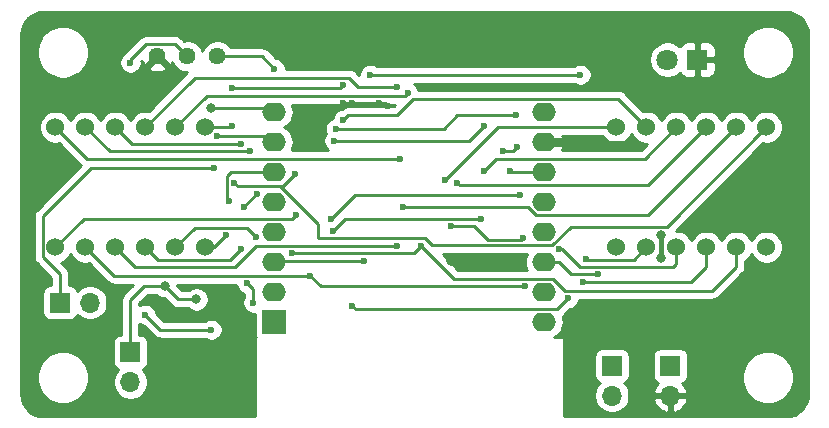
<source format=gbr>
G04 #@! TF.GenerationSoftware,KiCad,Pcbnew,(5.1.9)-1*
G04 #@! TF.CreationDate,2021-11-02T13:36:32-07:00*
G04 #@! TF.ProjectId,wemos_d1_mini_weather_station,77656d6f-735f-4643-915f-6d696e695f77,rev?*
G04 #@! TF.SameCoordinates,Original*
G04 #@! TF.FileFunction,Copper,L2,Bot*
G04 #@! TF.FilePolarity,Positive*
%FSLAX46Y46*%
G04 Gerber Fmt 4.6, Leading zero omitted, Abs format (unit mm)*
G04 Created by KiCad (PCBNEW (5.1.9)-1) date 2021-11-02 13:36:32*
%MOMM*%
%LPD*%
G01*
G04 APERTURE LIST*
G04 #@! TA.AperFunction,ComponentPad*
%ADD10O,1.700000X1.700000*%
G04 #@! TD*
G04 #@! TA.AperFunction,ComponentPad*
%ADD11R,1.700000X1.700000*%
G04 #@! TD*
G04 #@! TA.AperFunction,ComponentPad*
%ADD12C,1.440000*%
G04 #@! TD*
G04 #@! TA.AperFunction,ComponentPad*
%ADD13C,1.524000*%
G04 #@! TD*
G04 #@! TA.AperFunction,ComponentPad*
%ADD14O,2.000000X1.600000*%
G04 #@! TD*
G04 #@! TA.AperFunction,ComponentPad*
%ADD15R,2.000000X2.000000*%
G04 #@! TD*
G04 #@! TA.AperFunction,ComponentPad*
%ADD16C,1.800000*%
G04 #@! TD*
G04 #@! TA.AperFunction,ComponentPad*
%ADD17R,1.800000X1.800000*%
G04 #@! TD*
G04 #@! TA.AperFunction,ViaPad*
%ADD18C,0.600000*%
G04 #@! TD*
G04 #@! TA.AperFunction,ViaPad*
%ADD19C,0.800000*%
G04 #@! TD*
G04 #@! TA.AperFunction,Conductor*
%ADD20C,0.250000*%
G04 #@! TD*
G04 #@! TA.AperFunction,Conductor*
%ADD21C,0.800000*%
G04 #@! TD*
G04 #@! TA.AperFunction,Conductor*
%ADD22C,0.400000*%
G04 #@! TD*
G04 #@! TA.AperFunction,Conductor*
%ADD23C,0.254000*%
G04 #@! TD*
G04 #@! TA.AperFunction,Conductor*
%ADD24C,0.100000*%
G04 #@! TD*
G04 APERTURE END LIST*
D10*
G04 #@! TO.P,I2C,2*
G04 #@! TO.N,Net-(J2-Pad2)*
X105283000Y-98552000D03*
D11*
G04 #@! TO.P,I2C,1*
G04 #@! TO.N,Net-(J2-Pad1)*
X105283000Y-96012000D03*
G04 #@! TD*
D12*
G04 #@! TO.P,RV1,3*
G04 #@! TO.N,GND*
X66802000Y-69833000D03*
G04 #@! TO.P,RV1,2*
G04 #@! TO.N,Net-(RV1-Pad2)*
X69342000Y-69833000D03*
G04 #@! TO.P,RV1,1*
G04 #@! TO.N,+3V3*
X71882000Y-69833000D03*
G04 #@! TD*
D13*
G04 #@! TO.P,U4,10*
G04 #@! TO.N,Seg6*
X63246000Y-75819000D03*
G04 #@! TO.P,U4,2*
G04 #@! TO.N,Seg4*
X60706000Y-85979000D03*
G04 #@! TO.P,U4,6*
G04 #@! TO.N,G8*
X70866000Y-85979000D03*
G04 #@! TO.P,U4,12*
G04 #@! TO.N,G5*
X58166000Y-75819000D03*
G04 #@! TO.P,U4,8*
G04 #@! TO.N,G7*
X68326000Y-75819000D03*
G04 #@! TO.P,U4,7*
G04 #@! TO.N,Seg2*
X70866000Y-75819000D03*
G04 #@! TO.P,U4,3*
G04 #@! TO.N,Seg8*
X63246000Y-85979000D03*
G04 #@! TO.P,U4,1*
G04 #@! TO.N,Seg5*
X58166000Y-85979000D03*
G04 #@! TO.P,U4,11*
G04 #@! TO.N,Seg1*
X60706000Y-75819000D03*
G04 #@! TO.P,U4,5*
G04 #@! TO.N,Seg7*
X68326000Y-85979000D03*
G04 #@! TO.P,U4,9*
G04 #@! TO.N,G6*
X65786000Y-75819000D03*
G04 #@! TO.P,U4,4*
G04 #@! TO.N,Seg3*
X65786000Y-85979000D03*
G04 #@! TD*
G04 #@! TO.P,U3,10*
G04 #@! TO.N,Seg6*
X110744000Y-75819000D03*
G04 #@! TO.P,U3,2*
G04 #@! TO.N,Seg4*
X108204000Y-85979000D03*
G04 #@! TO.P,U3,6*
G04 #@! TO.N,G4*
X118364000Y-85979000D03*
G04 #@! TO.P,U3,12*
G04 #@! TO.N,G1*
X105664000Y-75819000D03*
G04 #@! TO.P,U3,8*
G04 #@! TO.N,G3*
X115824000Y-75819000D03*
G04 #@! TO.P,U3,7*
G04 #@! TO.N,Seg2*
X118364000Y-75819000D03*
G04 #@! TO.P,U3,3*
G04 #@! TO.N,Seg8*
X110744000Y-85979000D03*
G04 #@! TO.P,U3,1*
G04 #@! TO.N,Seg5*
X105664000Y-85979000D03*
G04 #@! TO.P,U3,11*
G04 #@! TO.N,Seg1*
X108204000Y-75819000D03*
G04 #@! TO.P,U3,5*
G04 #@! TO.N,Seg7*
X115824000Y-85979000D03*
G04 #@! TO.P,U3,9*
G04 #@! TO.N,G2*
X113284000Y-75819000D03*
G04 #@! TO.P,U3,4*
G04 #@! TO.N,Seg3*
X113284000Y-85979000D03*
G04 #@! TD*
D14*
G04 #@! TO.P,U2,16*
G04 #@! TO.N,N/C*
X99545000Y-92329000D03*
G04 #@! TO.P,U2,15*
X99545000Y-89789000D03*
G04 #@! TO.P,U2,14*
G04 #@! TO.N,Net-(J2-Pad1)*
X99545000Y-87249000D03*
G04 #@! TO.P,U2,13*
G04 #@! TO.N,Net-(J2-Pad2)*
X99545000Y-84709000D03*
G04 #@! TO.P,U2,12*
G04 #@! TO.N,Net-(R1-Pad2)*
X99545000Y-82169000D03*
G04 #@! TO.P,U2,11*
G04 #@! TO.N,Net-(R2-Pad1)*
X99545000Y-79629000D03*
G04 #@! TO.P,U2,10*
G04 #@! TO.N,GND*
X99545000Y-77089000D03*
G04 #@! TO.P,U2,9*
G04 #@! TO.N,+5V*
X99545000Y-74549000D03*
G04 #@! TO.P,U2,8*
G04 #@! TO.N,+3V3*
X76685000Y-74549000D03*
G04 #@! TO.P,U2,7*
G04 #@! TO.N,NTC*
X76685000Y-77089000D03*
G04 #@! TO.P,U2,6*
G04 #@! TO.N,LIGHT*
X76685000Y-79629000D03*
G04 #@! TO.P,U2,5*
G04 #@! TO.N,N/C*
X76685000Y-82169000D03*
G04 #@! TO.P,U2,4*
X76685000Y-84709000D03*
G04 #@! TO.P,U2,3*
G04 #@! TO.N,RAIN*
X76685000Y-87249000D03*
D15*
G04 #@! TO.P,U2,1*
G04 #@! TO.N,N/C*
X76685000Y-92329000D03*
D14*
G04 #@! TO.P,U2,2*
G04 #@! TO.N,TEMP*
X76685000Y-89789000D03*
G04 #@! TD*
D10*
G04 #@! TO.P,TH1,2*
G04 #@! TO.N,Net-(R3-Pad1)*
X61087000Y-90678000D03*
D11*
G04 #@! TO.P,TH1,1*
G04 #@! TO.N,NTC*
X58547000Y-90678000D03*
G04 #@! TD*
D10*
G04 #@! TO.P,R5,2*
G04 #@! TO.N,Net-(R5-Pad2)*
X64516000Y-97409000D03*
D11*
G04 #@! TO.P,R5,1*
G04 #@! TO.N,+3V3*
X64516000Y-94869000D03*
G04 #@! TD*
D10*
G04 #@! TO.P,PWR,2*
G04 #@! TO.N,GND*
X110236000Y-98552000D03*
D11*
G04 #@! TO.P,PWR,1*
G04 #@! TO.N,+5V*
X110236000Y-96012000D03*
G04 #@! TD*
D16*
G04 #@! TO.P,D1,2*
G04 #@! TO.N,Net-(D1-Pad2)*
X109982000Y-70104000D03*
D17*
G04 #@! TO.P,D1,1*
G04 #@! TO.N,GND*
X112522000Y-70104000D03*
G04 #@! TD*
D18*
G04 #@! TO.N,GND*
X67310000Y-95377000D03*
X67310000Y-96139000D03*
X70612000Y-94107000D03*
X71247000Y-94742000D03*
X72263000Y-95758000D03*
X92329000Y-70231000D03*
X93599000Y-70104000D03*
X82550000Y-73787000D03*
X85598000Y-73787000D03*
X83312000Y-73787000D03*
X86360000Y-74041000D03*
X82550000Y-66675000D03*
X83850000Y-66675000D03*
X85150000Y-66675000D03*
X86450000Y-66675000D03*
X82550000Y-67975000D03*
X83850000Y-67975000D03*
X85150000Y-67975000D03*
X86450000Y-67975000D03*
X81534000Y-74549000D03*
X78740000Y-74549000D03*
X102616000Y-67056000D03*
X103916000Y-67056000D03*
X105216000Y-67056000D03*
X106516000Y-67056000D03*
X107816000Y-67056000D03*
X102616000Y-68356000D03*
X103916000Y-68356000D03*
X105216000Y-68356000D03*
X106516000Y-68356000D03*
X107816000Y-68356000D03*
X56642000Y-77978000D03*
X56642000Y-78994000D03*
X56642000Y-80010000D03*
X57785000Y-80010000D03*
X57785000Y-78994000D03*
X57785000Y-77978000D03*
X71120000Y-91567000D03*
X70104000Y-91948000D03*
D19*
X94742000Y-86868000D03*
X91694000Y-87122000D03*
D18*
X106172000Y-77470000D03*
X106934000Y-77089000D03*
X107696000Y-77470000D03*
D19*
X96012000Y-86868000D03*
X97282000Y-86868000D03*
X103632000Y-90932000D03*
X103632000Y-92075000D03*
X103632000Y-93218000D03*
X78232000Y-75692000D03*
G04 #@! TO.N,+5V*
X109474000Y-84968006D03*
X109474000Y-86905000D03*
D18*
G04 #@! TO.N,Net-(R1-Pad2)*
X81915000Y-75946000D03*
X97155000Y-74803000D03*
X97282000Y-77470000D03*
X96022000Y-77851000D03*
G04 #@! TO.N,Net-(R2-Pad1)*
X81788000Y-76962000D03*
X94488000Y-75692000D03*
X96647000Y-79502000D03*
G04 #@! TO.N,RAIN*
X102616000Y-71374000D03*
X84328000Y-87122000D03*
X84836000Y-71374000D03*
G04 #@! TO.N,+3V3*
X76708000Y-70866000D03*
D19*
X70104000Y-90396990D03*
X67437199Y-89274566D03*
X71374000Y-74168000D03*
D18*
G04 #@! TO.N,NTC*
X71619001Y-79248000D03*
X71882000Y-76611000D03*
G04 #@! TO.N,G8*
X72644000Y-84953000D03*
X73152000Y-72527000D03*
X82550000Y-72253000D03*
G04 #@! TO.N,G7*
X88001000Y-72934524D03*
G04 #@! TO.N,G6*
X87122000Y-72390000D03*
G04 #@! TO.N,G5*
X87376000Y-78486000D03*
G04 #@! TO.N,G3*
X87630000Y-82550000D03*
G04 #@! TO.N,G2*
X92202000Y-80518000D03*
G04 #@! TO.N,G1*
X91186000Y-80264000D03*
G04 #@! TO.N,Seg8*
X87122000Y-85852000D03*
X100838000Y-86106000D03*
X91694000Y-84191000D03*
X97790000Y-85209010D03*
G04 #@! TO.N,Seg7*
X78232000Y-86477000D03*
X89154000Y-85852000D03*
X75184000Y-85090000D03*
G04 #@! TO.N,Seg6*
X73914000Y-77236000D03*
X94488000Y-79502000D03*
X94234000Y-83566000D03*
X81671000Y-84582000D03*
G04 #@! TO.N,Seg5*
X78566942Y-83231058D03*
X81534000Y-83566000D03*
X97536000Y-81534000D03*
G04 #@! TO.N,Seg4*
X79756000Y-88392000D03*
X103124000Y-87005000D03*
X97917000Y-89271000D03*
G04 #@! TO.N,Seg3*
X73914000Y-86106000D03*
X74168000Y-82550000D03*
X75231864Y-81442999D03*
X102870000Y-88900000D03*
X83312000Y-90932000D03*
X101600000Y-90287000D03*
G04 #@! TO.N,Seg2*
X73289000Y-80518000D03*
X78486000Y-79756000D03*
X73152000Y-75692000D03*
G04 #@! TO.N,Seg1*
X74676000Y-77861000D03*
X82550000Y-75184000D03*
G04 #@! TO.N,Net-(RV1-Pad2)*
X64516000Y-70358000D03*
X65786000Y-91694000D03*
X71374000Y-92964000D03*
G04 #@! TO.N,Net-(J2-Pad1)*
X104140000Y-88275000D03*
G04 #@! TO.N,LIGHT*
X74930000Y-90678000D03*
X74422000Y-89046990D03*
X72898000Y-82042000D03*
G04 #@! TD*
D20*
G04 #@! TO.N,GND*
X82550000Y-73787000D02*
X83312000Y-73787000D01*
X83312000Y-73787000D02*
X85852000Y-73787000D01*
X85852000Y-73787000D02*
X86106000Y-73787000D01*
X86106000Y-73787000D02*
X86360000Y-74041000D01*
X86360000Y-74041000D02*
X86360000Y-74041000D01*
D21*
X91948000Y-86868000D02*
X91694000Y-87122000D01*
X94742000Y-86868000D02*
X91948000Y-86868000D01*
X99545000Y-77089000D02*
X103124000Y-77089000D01*
X103124000Y-77089000D02*
X103378000Y-77343000D01*
X103378000Y-77343000D02*
X105918000Y-77343000D01*
X105918000Y-77343000D02*
X106172000Y-77343000D01*
X106553000Y-77343000D02*
X107061000Y-77343000D01*
X106172000Y-77343000D02*
X106553000Y-77343000D01*
X107061000Y-77343000D02*
X107315000Y-77343000D01*
D22*
G04 #@! TO.N,+5V*
X109474000Y-84968006D02*
X109474000Y-86905000D01*
D20*
G04 #@! TO.N,Net-(R1-Pad2)*
X97282000Y-77470000D02*
X96901000Y-77851000D01*
X96901000Y-77851000D02*
X96022000Y-77851000D01*
X92202000Y-74803000D02*
X97155000Y-74803000D01*
X91059000Y-75946000D02*
X92202000Y-74803000D01*
X81915000Y-75946000D02*
X91059000Y-75946000D01*
G04 #@! TO.N,Net-(R2-Pad1)*
X93218000Y-76962000D02*
X94488000Y-75692000D01*
X81788000Y-76962000D02*
X93218000Y-76962000D01*
X96647000Y-79629000D02*
X99545000Y-79629000D01*
X96647000Y-79502000D02*
X96647000Y-79629000D01*
D22*
G04 #@! TO.N,RAIN*
X76812000Y-87122000D02*
X76685000Y-87249000D01*
D20*
X84328000Y-87122000D02*
X76812000Y-87122000D01*
X102616000Y-71374000D02*
X84836000Y-71374000D01*
G04 #@! TO.N,+3V3*
X71882000Y-69833000D02*
X75675000Y-69833000D01*
X75675000Y-69833000D02*
X76708000Y-70866000D01*
X68559623Y-90396990D02*
X67437199Y-89274566D01*
X70104000Y-90396990D02*
X68559623Y-90396990D01*
X76304000Y-74168000D02*
X76685000Y-74549000D01*
X71374000Y-74168000D02*
X76304000Y-74168000D01*
X67437199Y-89274566D02*
X65665434Y-89274566D01*
X64516000Y-90424000D02*
X64516000Y-94869000D01*
X65665434Y-89274566D02*
X64516000Y-90424000D01*
G04 #@! TO.N,NTC*
X58547000Y-90678000D02*
X58547000Y-88265000D01*
X57078999Y-86796999D02*
X57078999Y-83383001D01*
X58547000Y-88265000D02*
X57078999Y-86796999D01*
X61214000Y-79248000D02*
X71619001Y-79248000D01*
X57078999Y-83383001D02*
X61214000Y-79248000D01*
X76207000Y-76611000D02*
X76685000Y-77089000D01*
X71882000Y-76611000D02*
X76207000Y-76611000D01*
G04 #@! TO.N,G8*
X71618000Y-85979000D02*
X72644000Y-84953000D01*
X70866000Y-85979000D02*
X71618000Y-85979000D01*
X82276000Y-72527000D02*
X82550000Y-72253000D01*
X73152000Y-72527000D02*
X82276000Y-72527000D01*
G04 #@! TO.N,G7*
X68326000Y-75819000D02*
X70993000Y-73152000D01*
X87783524Y-73152000D02*
X88001000Y-72934524D01*
X70993000Y-73152000D02*
X87783524Y-73152000D01*
G04 #@! TO.N,G6*
X65786000Y-75819000D02*
X69977000Y-71628000D01*
X69977000Y-71628000D02*
X83058000Y-71628000D01*
X83820000Y-72390000D02*
X87122000Y-72390000D01*
X83058000Y-71628000D02*
X83820000Y-72390000D01*
G04 #@! TO.N,G5*
X60833000Y-78486000D02*
X87376000Y-78486000D01*
X58166000Y-75819000D02*
X60833000Y-78486000D01*
G04 #@! TO.N,G3*
X98134996Y-82550000D02*
X87630000Y-82550000D01*
X98879006Y-83294010D02*
X98134996Y-82550000D01*
X108348990Y-83294010D02*
X98879006Y-83294010D01*
X115824000Y-75819000D02*
X108348990Y-83294010D01*
G04 #@! TO.N,G2*
X92438010Y-80754010D02*
X92202000Y-80518000D01*
X108348990Y-80754010D02*
X92438010Y-80754010D01*
X113284000Y-75819000D02*
X108348990Y-80754010D01*
G04 #@! TO.N,G1*
X95631000Y-75819000D02*
X91186000Y-80264000D01*
X105664000Y-75819000D02*
X95631000Y-75819000D01*
G04 #@! TO.N,Seg8*
X63246000Y-85979000D02*
X64897000Y-87630000D01*
X64897000Y-87630000D02*
X73406000Y-87630000D01*
X75184000Y-85852000D02*
X87122000Y-85852000D01*
X73406000Y-87630000D02*
X75184000Y-85852000D01*
X110744000Y-85979000D02*
X110744000Y-87122000D01*
X110744000Y-87122000D02*
X110744000Y-87376000D01*
X110744000Y-87376000D02*
X110490000Y-87630000D01*
X110490000Y-87630000D02*
X102616000Y-87630000D01*
X101092000Y-86106000D02*
X100838000Y-86106000D01*
X102616000Y-87630000D02*
X101092000Y-86106000D01*
X93335000Y-84191000D02*
X91694000Y-84191000D01*
X93335000Y-84191000D02*
X93589000Y-84191000D01*
X93589000Y-84191000D02*
X94782000Y-85384000D01*
X97615010Y-85384000D02*
X97790000Y-85209010D01*
X94782000Y-85384000D02*
X97615010Y-85384000D01*
G04 #@! TO.N,Seg7*
X88529000Y-86477000D02*
X89154000Y-85852000D01*
X78232000Y-86477000D02*
X88529000Y-86477000D01*
X91948000Y-88646000D02*
X89154000Y-85852000D01*
X100330000Y-88646000D02*
X91948000Y-88646000D01*
X101346000Y-89662000D02*
X100330000Y-88646000D01*
X113792000Y-89662000D02*
X101346000Y-89662000D01*
X115824000Y-87630000D02*
X113792000Y-89662000D01*
X115824000Y-85979000D02*
X115824000Y-87630000D01*
X69977000Y-84328000D02*
X68326000Y-85979000D01*
X74422000Y-84328000D02*
X69977000Y-84328000D01*
X75184000Y-85090000D02*
X74422000Y-84328000D01*
G04 #@! TO.N,Seg6*
X64663000Y-77236000D02*
X73914000Y-77236000D01*
X63246000Y-75819000D02*
X64663000Y-77236000D01*
X110744000Y-75819000D02*
X108077000Y-78486000D01*
X95504000Y-78486000D02*
X94488000Y-79502000D01*
X108077000Y-78486000D02*
X95504000Y-78486000D01*
X82687000Y-83566000D02*
X81671000Y-84582000D01*
X94234000Y-83566000D02*
X82687000Y-83566000D01*
G04 #@! TO.N,Seg5*
X58166000Y-85979000D02*
X60579000Y-83566000D01*
X78232000Y-83566000D02*
X78566942Y-83231058D01*
X60579000Y-83566000D02*
X78232000Y-83566000D01*
X83566000Y-81534000D02*
X97536000Y-81534000D01*
X81534000Y-83566000D02*
X83566000Y-81534000D01*
G04 #@! TO.N,Seg4*
X63119000Y-88392000D02*
X79756000Y-88392000D01*
X60706000Y-85979000D02*
X63119000Y-88392000D01*
X103185001Y-87066001D02*
X103124000Y-87005000D01*
X107116999Y-87066001D02*
X103185001Y-87066001D01*
X108204000Y-85979000D02*
X107116999Y-87066001D01*
X80635000Y-89271000D02*
X79756000Y-88392000D01*
X97917000Y-89271000D02*
X80635000Y-89271000D01*
G04 #@! TO.N,Seg3*
X72953999Y-87066001D02*
X73914000Y-86106000D01*
X66873001Y-87066001D02*
X72953999Y-87066001D01*
X65786000Y-85979000D02*
X66873001Y-87066001D01*
X74168000Y-82506863D02*
X75231864Y-81442999D01*
X74168000Y-82550000D02*
X74168000Y-82506863D01*
X100420573Y-91203990D02*
X85361990Y-91203990D01*
X100459614Y-91243031D02*
X100420573Y-91203990D01*
X85361990Y-91203990D02*
X83583990Y-91203990D01*
X83583990Y-91203990D02*
X83312000Y-90932000D01*
X112014000Y-88900000D02*
X102870000Y-88900000D01*
X113284000Y-87630000D02*
X112014000Y-88900000D01*
X113284000Y-85979000D02*
X113284000Y-87630000D01*
X100643969Y-91243031D02*
X101600000Y-90287000D01*
X100459614Y-91243031D02*
X100643969Y-91243031D01*
G04 #@! TO.N,Seg2*
X77424001Y-80817999D02*
X78486000Y-79756000D01*
X73289000Y-80518000D02*
X73588999Y-80817999D01*
X89454001Y-85226999D02*
X80381001Y-85226999D01*
X101801998Y-84243006D02*
X100210994Y-85834010D01*
X109939994Y-84243006D02*
X101801998Y-84243006D01*
X90061012Y-85834010D02*
X89454001Y-85226999D01*
X100210994Y-85834010D02*
X90061012Y-85834010D01*
X118364000Y-75819000D02*
X109939994Y-84243006D01*
X80381001Y-84028999D02*
X77170001Y-80817999D01*
X80381001Y-85226999D02*
X80381001Y-84028999D01*
X77170001Y-80817999D02*
X77424001Y-80817999D01*
X73588999Y-80817999D02*
X77170001Y-80817999D01*
X72771000Y-75819000D02*
X70866000Y-75819000D01*
X73152000Y-75692000D02*
X72771000Y-75819000D01*
G04 #@! TO.N,Seg1*
X62748000Y-77861000D02*
X74676000Y-77861000D01*
X60706000Y-75819000D02*
X62748000Y-77861000D01*
X82931000Y-74803000D02*
X82550000Y-75184000D01*
X87122000Y-74803000D02*
X82931000Y-74803000D01*
X88436536Y-73423990D02*
X87122000Y-74803000D01*
X105808990Y-73423990D02*
X88436536Y-73423990D01*
X108204000Y-75819000D02*
X105808990Y-73423990D01*
G04 #@! TO.N,Net-(RV1-Pad2)*
X68296999Y-68787999D02*
X65832001Y-68787999D01*
X69342000Y-69833000D02*
X68296999Y-68787999D01*
X64516000Y-70104000D02*
X64516000Y-70358000D01*
X65832001Y-68787999D02*
X64516000Y-70104000D01*
X67056000Y-92964000D02*
X71374000Y-92964000D01*
X65786000Y-91694000D02*
X67056000Y-92964000D01*
G04 #@! TO.N,Net-(J2-Pad1)*
X100795000Y-87249000D02*
X99545000Y-87249000D01*
X101821000Y-88275000D02*
X100795000Y-87249000D01*
X104140000Y-88275000D02*
X101821000Y-88275000D01*
G04 #@! TO.N,LIGHT*
X74930000Y-89554990D02*
X74422000Y-89046990D01*
X74930000Y-90678000D02*
X74930000Y-89554990D01*
X72898000Y-82042000D02*
X72663999Y-81807999D01*
X72663999Y-81807999D02*
X72663999Y-79990001D01*
X73025000Y-79629000D02*
X76685000Y-79629000D01*
X72663999Y-79990001D02*
X73025000Y-79629000D01*
G04 #@! TD*
D23*
G04 #@! TO.N,GND*
X120379545Y-66103909D02*
X120730208Y-66209780D01*
X121053625Y-66381744D01*
X121337484Y-66613254D01*
X121570965Y-66895486D01*
X121745183Y-67217695D01*
X121853502Y-67567614D01*
X121895001Y-67962452D01*
X121895000Y-98392721D01*
X121856091Y-98789545D01*
X121750220Y-99140206D01*
X121578257Y-99463623D01*
X121346748Y-99747482D01*
X121064514Y-99980965D01*
X120742304Y-100155184D01*
X120392385Y-100263502D01*
X119997557Y-100305000D01*
X101219000Y-100305000D01*
X101219000Y-95162000D01*
X103794928Y-95162000D01*
X103794928Y-96862000D01*
X103807188Y-96986482D01*
X103843498Y-97106180D01*
X103902463Y-97216494D01*
X103981815Y-97313185D01*
X104078506Y-97392537D01*
X104188820Y-97451502D01*
X104261380Y-97473513D01*
X104129525Y-97605368D01*
X103967010Y-97848589D01*
X103855068Y-98118842D01*
X103798000Y-98405740D01*
X103798000Y-98698260D01*
X103855068Y-98985158D01*
X103967010Y-99255411D01*
X104129525Y-99498632D01*
X104336368Y-99705475D01*
X104579589Y-99867990D01*
X104849842Y-99979932D01*
X105136740Y-100037000D01*
X105429260Y-100037000D01*
X105716158Y-99979932D01*
X105986411Y-99867990D01*
X106229632Y-99705475D01*
X106436475Y-99498632D01*
X106598990Y-99255411D01*
X106710932Y-98985158D01*
X106726102Y-98908890D01*
X108794524Y-98908890D01*
X108839175Y-99056099D01*
X108964359Y-99318920D01*
X109138412Y-99552269D01*
X109354645Y-99747178D01*
X109604748Y-99896157D01*
X109879109Y-99993481D01*
X110109000Y-99872814D01*
X110109000Y-98679000D01*
X110363000Y-98679000D01*
X110363000Y-99872814D01*
X110592891Y-99993481D01*
X110867252Y-99896157D01*
X111117355Y-99747178D01*
X111333588Y-99552269D01*
X111507641Y-99318920D01*
X111632825Y-99056099D01*
X111677476Y-98908890D01*
X111556155Y-98679000D01*
X110363000Y-98679000D01*
X110109000Y-98679000D01*
X108915845Y-98679000D01*
X108794524Y-98908890D01*
X106726102Y-98908890D01*
X106768000Y-98698260D01*
X106768000Y-98405740D01*
X106710932Y-98118842D01*
X106598990Y-97848589D01*
X106436475Y-97605368D01*
X106304620Y-97473513D01*
X106377180Y-97451502D01*
X106487494Y-97392537D01*
X106584185Y-97313185D01*
X106663537Y-97216494D01*
X106722502Y-97106180D01*
X106758812Y-96986482D01*
X106771072Y-96862000D01*
X106771072Y-95162000D01*
X108747928Y-95162000D01*
X108747928Y-96862000D01*
X108760188Y-96986482D01*
X108796498Y-97106180D01*
X108855463Y-97216494D01*
X108934815Y-97313185D01*
X109031506Y-97392537D01*
X109141820Y-97451502D01*
X109222466Y-97475966D01*
X109138412Y-97551731D01*
X108964359Y-97785080D01*
X108839175Y-98047901D01*
X108794524Y-98195110D01*
X108915845Y-98425000D01*
X110109000Y-98425000D01*
X110109000Y-98405000D01*
X110363000Y-98405000D01*
X110363000Y-98425000D01*
X111556155Y-98425000D01*
X111677476Y-98195110D01*
X111632825Y-98047901D01*
X111507641Y-97785080D01*
X111333588Y-97551731D01*
X111249534Y-97475966D01*
X111330180Y-97451502D01*
X111440494Y-97392537D01*
X111537185Y-97313185D01*
X111616537Y-97216494D01*
X111675502Y-97106180D01*
X111711812Y-96986482D01*
X111724072Y-96862000D01*
X111724072Y-96807872D01*
X116256000Y-96807872D01*
X116256000Y-97248128D01*
X116341890Y-97679925D01*
X116510369Y-98086669D01*
X116754962Y-98452729D01*
X117066271Y-98764038D01*
X117432331Y-99008631D01*
X117839075Y-99177110D01*
X118270872Y-99263000D01*
X118711128Y-99263000D01*
X119142925Y-99177110D01*
X119549669Y-99008631D01*
X119915729Y-98764038D01*
X120227038Y-98452729D01*
X120471631Y-98086669D01*
X120640110Y-97679925D01*
X120726000Y-97248128D01*
X120726000Y-96807872D01*
X120640110Y-96376075D01*
X120471631Y-95969331D01*
X120227038Y-95603271D01*
X119915729Y-95291962D01*
X119549669Y-95047369D01*
X119142925Y-94878890D01*
X118711128Y-94793000D01*
X118270872Y-94793000D01*
X117839075Y-94878890D01*
X117432331Y-95047369D01*
X117066271Y-95291962D01*
X116754962Y-95603271D01*
X116510369Y-95969331D01*
X116341890Y-96376075D01*
X116256000Y-96807872D01*
X111724072Y-96807872D01*
X111724072Y-95162000D01*
X111711812Y-95037518D01*
X111675502Y-94917820D01*
X111616537Y-94807506D01*
X111537185Y-94710815D01*
X111440494Y-94631463D01*
X111330180Y-94572498D01*
X111210482Y-94536188D01*
X111086000Y-94523928D01*
X109386000Y-94523928D01*
X109261518Y-94536188D01*
X109141820Y-94572498D01*
X109031506Y-94631463D01*
X108934815Y-94710815D01*
X108855463Y-94807506D01*
X108796498Y-94917820D01*
X108760188Y-95037518D01*
X108747928Y-95162000D01*
X106771072Y-95162000D01*
X106758812Y-95037518D01*
X106722502Y-94917820D01*
X106663537Y-94807506D01*
X106584185Y-94710815D01*
X106487494Y-94631463D01*
X106377180Y-94572498D01*
X106257482Y-94536188D01*
X106133000Y-94523928D01*
X104433000Y-94523928D01*
X104308518Y-94536188D01*
X104188820Y-94572498D01*
X104078506Y-94631463D01*
X103981815Y-94710815D01*
X103902463Y-94807506D01*
X103843498Y-94917820D01*
X103807188Y-95037518D01*
X103794928Y-95162000D01*
X101219000Y-95162000D01*
X101219000Y-93726000D01*
X101216560Y-93701224D01*
X101209333Y-93677399D01*
X101197597Y-93655443D01*
X101181803Y-93636197D01*
X101162557Y-93620403D01*
X101140601Y-93608667D01*
X101116776Y-93601440D01*
X101092000Y-93599000D01*
X100413142Y-93599000D01*
X100546101Y-93527932D01*
X100764608Y-93348608D01*
X100943932Y-93130101D01*
X101077182Y-92880808D01*
X101159236Y-92610309D01*
X101186943Y-92329000D01*
X101159236Y-92047691D01*
X101099886Y-91852038D01*
X101183970Y-91783032D01*
X101207773Y-91754029D01*
X101751649Y-91210153D01*
X101872729Y-91186068D01*
X102042889Y-91115586D01*
X102196028Y-91013262D01*
X102326262Y-90883028D01*
X102428586Y-90729889D01*
X102499068Y-90559729D01*
X102526464Y-90422000D01*
X113754678Y-90422000D01*
X113792000Y-90425676D01*
X113829322Y-90422000D01*
X113829333Y-90422000D01*
X113940986Y-90411003D01*
X114084247Y-90367546D01*
X114216276Y-90296974D01*
X114332001Y-90202001D01*
X114355804Y-90172997D01*
X116335003Y-88193799D01*
X116364001Y-88170001D01*
X116408307Y-88116014D01*
X116458974Y-88054277D01*
X116529546Y-87922247D01*
X116541656Y-87882324D01*
X116573003Y-87778986D01*
X116584000Y-87667333D01*
X116584000Y-87667323D01*
X116587676Y-87630000D01*
X116584000Y-87592677D01*
X116584000Y-87151341D01*
X116714535Y-87064120D01*
X116909120Y-86869535D01*
X117062005Y-86640727D01*
X117094000Y-86563485D01*
X117125995Y-86640727D01*
X117278880Y-86869535D01*
X117473465Y-87064120D01*
X117702273Y-87217005D01*
X117956510Y-87322314D01*
X118226408Y-87376000D01*
X118501592Y-87376000D01*
X118771490Y-87322314D01*
X119025727Y-87217005D01*
X119254535Y-87064120D01*
X119449120Y-86869535D01*
X119602005Y-86640727D01*
X119707314Y-86386490D01*
X119761000Y-86116592D01*
X119761000Y-85841408D01*
X119707314Y-85571510D01*
X119602005Y-85317273D01*
X119449120Y-85088465D01*
X119254535Y-84893880D01*
X119025727Y-84740995D01*
X118771490Y-84635686D01*
X118501592Y-84582000D01*
X118226408Y-84582000D01*
X117956510Y-84635686D01*
X117702273Y-84740995D01*
X117473465Y-84893880D01*
X117278880Y-85088465D01*
X117125995Y-85317273D01*
X117094000Y-85394515D01*
X117062005Y-85317273D01*
X116909120Y-85088465D01*
X116714535Y-84893880D01*
X116485727Y-84740995D01*
X116231490Y-84635686D01*
X115961592Y-84582000D01*
X115686408Y-84582000D01*
X115416510Y-84635686D01*
X115162273Y-84740995D01*
X114933465Y-84893880D01*
X114738880Y-85088465D01*
X114585995Y-85317273D01*
X114554000Y-85394515D01*
X114522005Y-85317273D01*
X114369120Y-85088465D01*
X114174535Y-84893880D01*
X113945727Y-84740995D01*
X113691490Y-84635686D01*
X113421592Y-84582000D01*
X113146408Y-84582000D01*
X112876510Y-84635686D01*
X112622273Y-84740995D01*
X112393465Y-84893880D01*
X112198880Y-85088465D01*
X112045995Y-85317273D01*
X112014000Y-85394515D01*
X111982005Y-85317273D01*
X111829120Y-85088465D01*
X111634535Y-84893880D01*
X111405727Y-84740995D01*
X111151490Y-84635686D01*
X110881592Y-84582000D01*
X110675801Y-84582000D01*
X118072430Y-77185372D01*
X118226408Y-77216000D01*
X118501592Y-77216000D01*
X118771490Y-77162314D01*
X119025727Y-77057005D01*
X119254535Y-76904120D01*
X119449120Y-76709535D01*
X119602005Y-76480727D01*
X119707314Y-76226490D01*
X119761000Y-75956592D01*
X119761000Y-75681408D01*
X119707314Y-75411510D01*
X119602005Y-75157273D01*
X119449120Y-74928465D01*
X119254535Y-74733880D01*
X119025727Y-74580995D01*
X118771490Y-74475686D01*
X118501592Y-74422000D01*
X118226408Y-74422000D01*
X117956510Y-74475686D01*
X117702273Y-74580995D01*
X117473465Y-74733880D01*
X117278880Y-74928465D01*
X117125995Y-75157273D01*
X117094000Y-75234515D01*
X117062005Y-75157273D01*
X116909120Y-74928465D01*
X116714535Y-74733880D01*
X116485727Y-74580995D01*
X116231490Y-74475686D01*
X115961592Y-74422000D01*
X115686408Y-74422000D01*
X115416510Y-74475686D01*
X115162273Y-74580995D01*
X114933465Y-74733880D01*
X114738880Y-74928465D01*
X114585995Y-75157273D01*
X114554000Y-75234515D01*
X114522005Y-75157273D01*
X114369120Y-74928465D01*
X114174535Y-74733880D01*
X113945727Y-74580995D01*
X113691490Y-74475686D01*
X113421592Y-74422000D01*
X113146408Y-74422000D01*
X112876510Y-74475686D01*
X112622273Y-74580995D01*
X112393465Y-74733880D01*
X112198880Y-74928465D01*
X112045995Y-75157273D01*
X112014000Y-75234515D01*
X111982005Y-75157273D01*
X111829120Y-74928465D01*
X111634535Y-74733880D01*
X111405727Y-74580995D01*
X111151490Y-74475686D01*
X110881592Y-74422000D01*
X110606408Y-74422000D01*
X110336510Y-74475686D01*
X110082273Y-74580995D01*
X109853465Y-74733880D01*
X109658880Y-74928465D01*
X109505995Y-75157273D01*
X109474000Y-75234515D01*
X109442005Y-75157273D01*
X109289120Y-74928465D01*
X109094535Y-74733880D01*
X108865727Y-74580995D01*
X108611490Y-74475686D01*
X108341592Y-74422000D01*
X108066408Y-74422000D01*
X107912430Y-74452628D01*
X106372794Y-72912993D01*
X106348991Y-72883989D01*
X106233266Y-72789016D01*
X106101237Y-72718444D01*
X105957976Y-72674987D01*
X105846323Y-72663990D01*
X105846312Y-72663990D01*
X105808990Y-72660314D01*
X105771668Y-72663990D01*
X88900505Y-72663990D01*
X88900068Y-72661795D01*
X88829586Y-72491635D01*
X88727262Y-72338496D01*
X88597028Y-72208262D01*
X88485887Y-72134000D01*
X102070465Y-72134000D01*
X102173111Y-72202586D01*
X102343271Y-72273068D01*
X102523911Y-72309000D01*
X102708089Y-72309000D01*
X102888729Y-72273068D01*
X103058889Y-72202586D01*
X103212028Y-72100262D01*
X103342262Y-71970028D01*
X103444586Y-71816889D01*
X103515068Y-71646729D01*
X103551000Y-71466089D01*
X103551000Y-71281911D01*
X103515068Y-71101271D01*
X103444586Y-70931111D01*
X103342262Y-70777972D01*
X103212028Y-70647738D01*
X103058889Y-70545414D01*
X102888729Y-70474932D01*
X102708089Y-70439000D01*
X102523911Y-70439000D01*
X102343271Y-70474932D01*
X102173111Y-70545414D01*
X102070465Y-70614000D01*
X85381535Y-70614000D01*
X85278889Y-70545414D01*
X85108729Y-70474932D01*
X84928089Y-70439000D01*
X84743911Y-70439000D01*
X84563271Y-70474932D01*
X84393111Y-70545414D01*
X84239972Y-70647738D01*
X84109738Y-70777972D01*
X84007414Y-70931111D01*
X83936932Y-71101271D01*
X83901000Y-71281911D01*
X83901000Y-71396199D01*
X83621803Y-71117002D01*
X83598001Y-71087999D01*
X83482276Y-70993026D01*
X83350247Y-70922454D01*
X83206986Y-70878997D01*
X83095333Y-70868000D01*
X83095322Y-70868000D01*
X83058000Y-70864324D01*
X83020678Y-70868000D01*
X77643000Y-70868000D01*
X77643000Y-70773911D01*
X77607068Y-70593271D01*
X77536586Y-70423111D01*
X77434262Y-70269972D01*
X77304028Y-70139738D01*
X77150889Y-70037414D01*
X76980729Y-69966932D01*
X76909766Y-69952816D01*
X108447000Y-69952816D01*
X108447000Y-70255184D01*
X108505989Y-70551743D01*
X108621701Y-70831095D01*
X108789688Y-71082505D01*
X109003495Y-71296312D01*
X109254905Y-71464299D01*
X109534257Y-71580011D01*
X109830816Y-71639000D01*
X110133184Y-71639000D01*
X110429743Y-71580011D01*
X110709095Y-71464299D01*
X110960505Y-71296312D01*
X111026944Y-71229873D01*
X111032498Y-71248180D01*
X111091463Y-71358494D01*
X111170815Y-71455185D01*
X111267506Y-71534537D01*
X111377820Y-71593502D01*
X111497518Y-71629812D01*
X111622000Y-71642072D01*
X112236250Y-71639000D01*
X112395000Y-71480250D01*
X112395000Y-70231000D01*
X112649000Y-70231000D01*
X112649000Y-71480250D01*
X112807750Y-71639000D01*
X113422000Y-71642072D01*
X113546482Y-71629812D01*
X113666180Y-71593502D01*
X113776494Y-71534537D01*
X113873185Y-71455185D01*
X113952537Y-71358494D01*
X114011502Y-71248180D01*
X114047812Y-71128482D01*
X114060072Y-71004000D01*
X114057000Y-70389750D01*
X113898250Y-70231000D01*
X112649000Y-70231000D01*
X112395000Y-70231000D01*
X112375000Y-70231000D01*
X112375000Y-69977000D01*
X112395000Y-69977000D01*
X112395000Y-68727750D01*
X112649000Y-68727750D01*
X112649000Y-69977000D01*
X113898250Y-69977000D01*
X114057000Y-69818250D01*
X114059847Y-69248872D01*
X116256000Y-69248872D01*
X116256000Y-69689128D01*
X116341890Y-70120925D01*
X116510369Y-70527669D01*
X116754962Y-70893729D01*
X117066271Y-71205038D01*
X117432331Y-71449631D01*
X117839075Y-71618110D01*
X118270872Y-71704000D01*
X118711128Y-71704000D01*
X119142925Y-71618110D01*
X119549669Y-71449631D01*
X119915729Y-71205038D01*
X120227038Y-70893729D01*
X120471631Y-70527669D01*
X120640110Y-70120925D01*
X120726000Y-69689128D01*
X120726000Y-69248872D01*
X120640110Y-68817075D01*
X120471631Y-68410331D01*
X120227038Y-68044271D01*
X119915729Y-67732962D01*
X119549669Y-67488369D01*
X119142925Y-67319890D01*
X118711128Y-67234000D01*
X118270872Y-67234000D01*
X117839075Y-67319890D01*
X117432331Y-67488369D01*
X117066271Y-67732962D01*
X116754962Y-68044271D01*
X116510369Y-68410331D01*
X116341890Y-68817075D01*
X116256000Y-69248872D01*
X114059847Y-69248872D01*
X114060072Y-69204000D01*
X114047812Y-69079518D01*
X114011502Y-68959820D01*
X113952537Y-68849506D01*
X113873185Y-68752815D01*
X113776494Y-68673463D01*
X113666180Y-68614498D01*
X113546482Y-68578188D01*
X113422000Y-68565928D01*
X112807750Y-68569000D01*
X112649000Y-68727750D01*
X112395000Y-68727750D01*
X112236250Y-68569000D01*
X111622000Y-68565928D01*
X111497518Y-68578188D01*
X111377820Y-68614498D01*
X111267506Y-68673463D01*
X111170815Y-68752815D01*
X111091463Y-68849506D01*
X111032498Y-68959820D01*
X111026944Y-68978127D01*
X110960505Y-68911688D01*
X110709095Y-68743701D01*
X110429743Y-68627989D01*
X110133184Y-68569000D01*
X109830816Y-68569000D01*
X109534257Y-68627989D01*
X109254905Y-68743701D01*
X109003495Y-68911688D01*
X108789688Y-69125495D01*
X108621701Y-69376905D01*
X108505989Y-69656257D01*
X108447000Y-69952816D01*
X76909766Y-69952816D01*
X76859649Y-69942847D01*
X76238804Y-69322002D01*
X76215001Y-69292999D01*
X76099276Y-69198026D01*
X75967247Y-69127454D01*
X75823986Y-69083997D01*
X75712333Y-69073000D01*
X75712322Y-69073000D01*
X75675000Y-69069324D01*
X75637678Y-69073000D01*
X73003828Y-69073000D01*
X72934497Y-68969238D01*
X72745762Y-68780503D01*
X72523833Y-68632215D01*
X72277239Y-68530072D01*
X72015456Y-68478000D01*
X71748544Y-68478000D01*
X71486761Y-68530072D01*
X71240167Y-68632215D01*
X71018238Y-68780503D01*
X70829503Y-68969238D01*
X70681215Y-69191167D01*
X70612000Y-69358266D01*
X70542785Y-69191167D01*
X70394497Y-68969238D01*
X70205762Y-68780503D01*
X69983833Y-68632215D01*
X69737239Y-68530072D01*
X69475456Y-68478000D01*
X69208544Y-68478000D01*
X69086147Y-68502346D01*
X68860803Y-68277001D01*
X68837000Y-68247998D01*
X68721275Y-68153025D01*
X68589246Y-68082453D01*
X68445985Y-68038996D01*
X68334332Y-68027999D01*
X68334321Y-68027999D01*
X68296999Y-68024323D01*
X68259677Y-68027999D01*
X65869323Y-68027999D01*
X65832000Y-68024323D01*
X65794677Y-68027999D01*
X65794668Y-68027999D01*
X65683015Y-68038996D01*
X65539754Y-68082453D01*
X65407725Y-68153025D01*
X65407723Y-68153026D01*
X65407724Y-68153026D01*
X65320997Y-68224200D01*
X65320993Y-68224204D01*
X65292000Y-68247998D01*
X65268206Y-68276991D01*
X64005002Y-69540197D01*
X63975999Y-69563999D01*
X63920936Y-69631094D01*
X63919972Y-69631738D01*
X63789738Y-69761972D01*
X63687414Y-69915111D01*
X63616932Y-70085271D01*
X63581000Y-70265911D01*
X63581000Y-70450089D01*
X63616932Y-70630729D01*
X63687414Y-70800889D01*
X63789738Y-70954028D01*
X63919972Y-71084262D01*
X64073111Y-71186586D01*
X64243271Y-71257068D01*
X64423911Y-71293000D01*
X64608089Y-71293000D01*
X64788729Y-71257068D01*
X64958889Y-71186586D01*
X65112028Y-71084262D01*
X65242262Y-70954028D01*
X65344586Y-70800889D01*
X65357977Y-70768560D01*
X66046045Y-70768560D01*
X66107932Y-71004368D01*
X66349790Y-71117266D01*
X66609027Y-71180811D01*
X66875680Y-71192561D01*
X67139501Y-71152063D01*
X67390353Y-71060875D01*
X67496068Y-71004368D01*
X67557955Y-70768560D01*
X66802000Y-70012605D01*
X66046045Y-70768560D01*
X65357977Y-70768560D01*
X65415068Y-70630729D01*
X65451000Y-70450089D01*
X65451000Y-70265911D01*
X65447332Y-70247470D01*
X65493965Y-70200837D01*
X65574125Y-70421353D01*
X65630632Y-70527068D01*
X65866440Y-70588955D01*
X66622395Y-69833000D01*
X66608253Y-69818858D01*
X66787858Y-69639253D01*
X66802000Y-69653395D01*
X66816143Y-69639253D01*
X66995748Y-69818858D01*
X66981605Y-69833000D01*
X67737560Y-70588955D01*
X67973368Y-70527068D01*
X68073764Y-70311993D01*
X68141215Y-70474833D01*
X68289503Y-70696762D01*
X68478238Y-70885497D01*
X68700167Y-71033785D01*
X68946761Y-71135928D01*
X69208544Y-71188000D01*
X69342198Y-71188000D01*
X66077571Y-74452628D01*
X65923592Y-74422000D01*
X65648408Y-74422000D01*
X65378510Y-74475686D01*
X65124273Y-74580995D01*
X64895465Y-74733880D01*
X64700880Y-74928465D01*
X64547995Y-75157273D01*
X64516000Y-75234515D01*
X64484005Y-75157273D01*
X64331120Y-74928465D01*
X64136535Y-74733880D01*
X63907727Y-74580995D01*
X63653490Y-74475686D01*
X63383592Y-74422000D01*
X63108408Y-74422000D01*
X62838510Y-74475686D01*
X62584273Y-74580995D01*
X62355465Y-74733880D01*
X62160880Y-74928465D01*
X62007995Y-75157273D01*
X61976000Y-75234515D01*
X61944005Y-75157273D01*
X61791120Y-74928465D01*
X61596535Y-74733880D01*
X61367727Y-74580995D01*
X61113490Y-74475686D01*
X60843592Y-74422000D01*
X60568408Y-74422000D01*
X60298510Y-74475686D01*
X60044273Y-74580995D01*
X59815465Y-74733880D01*
X59620880Y-74928465D01*
X59467995Y-75157273D01*
X59436000Y-75234515D01*
X59404005Y-75157273D01*
X59251120Y-74928465D01*
X59056535Y-74733880D01*
X58827727Y-74580995D01*
X58573490Y-74475686D01*
X58303592Y-74422000D01*
X58028408Y-74422000D01*
X57758510Y-74475686D01*
X57504273Y-74580995D01*
X57275465Y-74733880D01*
X57080880Y-74928465D01*
X56927995Y-75157273D01*
X56822686Y-75411510D01*
X56769000Y-75681408D01*
X56769000Y-75956592D01*
X56822686Y-76226490D01*
X56927995Y-76480727D01*
X57080880Y-76709535D01*
X57275465Y-76904120D01*
X57504273Y-77057005D01*
X57758510Y-77162314D01*
X58028408Y-77216000D01*
X58303592Y-77216000D01*
X58457570Y-77185372D01*
X60269201Y-78997003D01*
X60292999Y-79026001D01*
X60330456Y-79056741D01*
X56567997Y-82819202D01*
X56538999Y-82843000D01*
X56515201Y-82871998D01*
X56515200Y-82871999D01*
X56444025Y-82958725D01*
X56373453Y-83090755D01*
X56356991Y-83145025D01*
X56329997Y-83234015D01*
X56326400Y-83270539D01*
X56315323Y-83383001D01*
X56319000Y-83420333D01*
X56318999Y-86759676D01*
X56315323Y-86796999D01*
X56318999Y-86834321D01*
X56318999Y-86834331D01*
X56329996Y-86945984D01*
X56365832Y-87064120D01*
X56373453Y-87089245D01*
X56444025Y-87221275D01*
X56466779Y-87249000D01*
X56538998Y-87337000D01*
X56568002Y-87360803D01*
X57787001Y-88579803D01*
X57787001Y-89189928D01*
X57697000Y-89189928D01*
X57572518Y-89202188D01*
X57452820Y-89238498D01*
X57342506Y-89297463D01*
X57245815Y-89376815D01*
X57166463Y-89473506D01*
X57107498Y-89583820D01*
X57071188Y-89703518D01*
X57058928Y-89828000D01*
X57058928Y-91528000D01*
X57071188Y-91652482D01*
X57107498Y-91772180D01*
X57166463Y-91882494D01*
X57245815Y-91979185D01*
X57342506Y-92058537D01*
X57452820Y-92117502D01*
X57572518Y-92153812D01*
X57697000Y-92166072D01*
X59397000Y-92166072D01*
X59521482Y-92153812D01*
X59641180Y-92117502D01*
X59751494Y-92058537D01*
X59848185Y-91979185D01*
X59927537Y-91882494D01*
X59986502Y-91772180D01*
X60008513Y-91699620D01*
X60140368Y-91831475D01*
X60383589Y-91993990D01*
X60653842Y-92105932D01*
X60940740Y-92163000D01*
X61233260Y-92163000D01*
X61520158Y-92105932D01*
X61790411Y-91993990D01*
X62033632Y-91831475D01*
X62240475Y-91624632D01*
X62402990Y-91381411D01*
X62514932Y-91111158D01*
X62572000Y-90824260D01*
X62572000Y-90531740D01*
X62514932Y-90244842D01*
X62402990Y-89974589D01*
X62240475Y-89731368D01*
X62033632Y-89524525D01*
X61790411Y-89362010D01*
X61520158Y-89250068D01*
X61233260Y-89193000D01*
X60940740Y-89193000D01*
X60653842Y-89250068D01*
X60383589Y-89362010D01*
X60140368Y-89524525D01*
X60008513Y-89656380D01*
X59986502Y-89583820D01*
X59927537Y-89473506D01*
X59848185Y-89376815D01*
X59751494Y-89297463D01*
X59641180Y-89238498D01*
X59521482Y-89202188D01*
X59397000Y-89189928D01*
X59307000Y-89189928D01*
X59307000Y-88302323D01*
X59310676Y-88265000D01*
X59307000Y-88227677D01*
X59307000Y-88227667D01*
X59296003Y-88116014D01*
X59252546Y-87972753D01*
X59212053Y-87896997D01*
X59181974Y-87840723D01*
X59110799Y-87753997D01*
X59087001Y-87724999D01*
X59058003Y-87701201D01*
X58648179Y-87291377D01*
X58827727Y-87217005D01*
X59056535Y-87064120D01*
X59251120Y-86869535D01*
X59404005Y-86640727D01*
X59436000Y-86563485D01*
X59467995Y-86640727D01*
X59620880Y-86869535D01*
X59815465Y-87064120D01*
X60044273Y-87217005D01*
X60298510Y-87322314D01*
X60568408Y-87376000D01*
X60843592Y-87376000D01*
X60997570Y-87345372D01*
X62555200Y-88903002D01*
X62578999Y-88932001D01*
X62694724Y-89026974D01*
X62826753Y-89097546D01*
X62970014Y-89141003D01*
X63081667Y-89152000D01*
X63081676Y-89152000D01*
X63118999Y-89155676D01*
X63156322Y-89152000D01*
X64713198Y-89152000D01*
X64005003Y-89860196D01*
X63975999Y-89883999D01*
X63934686Y-89934340D01*
X63881026Y-89999724D01*
X63827648Y-90099586D01*
X63810454Y-90131754D01*
X63766997Y-90275015D01*
X63756000Y-90386668D01*
X63756000Y-90386678D01*
X63752324Y-90424000D01*
X63756000Y-90461323D01*
X63756001Y-93380928D01*
X63666000Y-93380928D01*
X63541518Y-93393188D01*
X63421820Y-93429498D01*
X63311506Y-93488463D01*
X63214815Y-93567815D01*
X63135463Y-93664506D01*
X63076498Y-93774820D01*
X63040188Y-93894518D01*
X63027928Y-94019000D01*
X63027928Y-95719000D01*
X63040188Y-95843482D01*
X63076498Y-95963180D01*
X63135463Y-96073494D01*
X63214815Y-96170185D01*
X63311506Y-96249537D01*
X63421820Y-96308502D01*
X63494380Y-96330513D01*
X63362525Y-96462368D01*
X63200010Y-96705589D01*
X63088068Y-96975842D01*
X63031000Y-97262740D01*
X63031000Y-97555260D01*
X63088068Y-97842158D01*
X63200010Y-98112411D01*
X63362525Y-98355632D01*
X63569368Y-98562475D01*
X63812589Y-98724990D01*
X64082842Y-98836932D01*
X64369740Y-98894000D01*
X64662260Y-98894000D01*
X64949158Y-98836932D01*
X65219411Y-98724990D01*
X65462632Y-98562475D01*
X65669475Y-98355632D01*
X65831990Y-98112411D01*
X65943932Y-97842158D01*
X66001000Y-97555260D01*
X66001000Y-97262740D01*
X65943932Y-96975842D01*
X65831990Y-96705589D01*
X65669475Y-96462368D01*
X65537620Y-96330513D01*
X65610180Y-96308502D01*
X65720494Y-96249537D01*
X65817185Y-96170185D01*
X65896537Y-96073494D01*
X65955502Y-95963180D01*
X65991812Y-95843482D01*
X66004072Y-95719000D01*
X66004072Y-94019000D01*
X65991812Y-93894518D01*
X65955502Y-93774820D01*
X65896537Y-93664506D01*
X65817185Y-93567815D01*
X65720494Y-93488463D01*
X65610180Y-93429498D01*
X65490482Y-93393188D01*
X65366000Y-93380928D01*
X65276000Y-93380928D01*
X65276000Y-92477744D01*
X65343111Y-92522586D01*
X65513271Y-92593068D01*
X65634351Y-92617153D01*
X66492201Y-93475003D01*
X66515999Y-93504001D01*
X66631724Y-93598974D01*
X66763753Y-93669546D01*
X66907014Y-93713003D01*
X67018667Y-93724000D01*
X67018676Y-93724000D01*
X67055999Y-93727676D01*
X67093322Y-93724000D01*
X70828465Y-93724000D01*
X70931111Y-93792586D01*
X71101271Y-93863068D01*
X71281911Y-93899000D01*
X71466089Y-93899000D01*
X71646729Y-93863068D01*
X71816889Y-93792586D01*
X71970028Y-93690262D01*
X72100262Y-93560028D01*
X72202586Y-93406889D01*
X72273068Y-93236729D01*
X72309000Y-93056089D01*
X72309000Y-92871911D01*
X72273068Y-92691271D01*
X72202586Y-92521111D01*
X72100262Y-92367972D01*
X71970028Y-92237738D01*
X71816889Y-92135414D01*
X71646729Y-92064932D01*
X71466089Y-92029000D01*
X71281911Y-92029000D01*
X71101271Y-92064932D01*
X70931111Y-92135414D01*
X70828465Y-92204000D01*
X67370802Y-92204000D01*
X66709153Y-91542351D01*
X66685068Y-91421271D01*
X66614586Y-91251111D01*
X66512262Y-91097972D01*
X66382028Y-90967738D01*
X66228889Y-90865414D01*
X66058729Y-90794932D01*
X65878089Y-90759000D01*
X65693911Y-90759000D01*
X65513271Y-90794932D01*
X65343111Y-90865414D01*
X65276000Y-90910256D01*
X65276000Y-90738801D01*
X65980236Y-90034566D01*
X66733488Y-90034566D01*
X66777425Y-90078503D01*
X66946943Y-90191771D01*
X67135301Y-90269792D01*
X67335260Y-90309566D01*
X67397398Y-90309566D01*
X67995824Y-90907993D01*
X68019622Y-90936991D01*
X68135347Y-91031964D01*
X68267376Y-91102536D01*
X68410637Y-91145993D01*
X68522290Y-91156990D01*
X68522299Y-91156990D01*
X68559622Y-91160666D01*
X68596945Y-91156990D01*
X69400289Y-91156990D01*
X69444226Y-91200927D01*
X69613744Y-91314195D01*
X69802102Y-91392216D01*
X70002061Y-91431990D01*
X70205939Y-91431990D01*
X70405898Y-91392216D01*
X70594256Y-91314195D01*
X70763774Y-91200927D01*
X70907937Y-91056764D01*
X71021205Y-90887246D01*
X71099226Y-90698888D01*
X71139000Y-90498929D01*
X71139000Y-90295051D01*
X71099226Y-90095092D01*
X71021205Y-89906734D01*
X70907937Y-89737216D01*
X70763774Y-89593053D01*
X70594256Y-89479785D01*
X70405898Y-89401764D01*
X70205939Y-89361990D01*
X70002061Y-89361990D01*
X69802102Y-89401764D01*
X69613744Y-89479785D01*
X69444226Y-89593053D01*
X69400289Y-89636990D01*
X68874425Y-89636990D01*
X68472199Y-89234765D01*
X68472199Y-89172627D01*
X68468096Y-89152000D01*
X73489570Y-89152000D01*
X73522932Y-89319719D01*
X73593414Y-89489879D01*
X73695738Y-89643018D01*
X73825972Y-89773252D01*
X73979111Y-89875576D01*
X74149271Y-89946058D01*
X74170001Y-89950181D01*
X74170000Y-90132464D01*
X74101414Y-90235111D01*
X74030932Y-90405271D01*
X73995000Y-90585911D01*
X73995000Y-90770089D01*
X74030932Y-90950729D01*
X74101414Y-91120889D01*
X74203738Y-91274028D01*
X74333972Y-91404262D01*
X74487111Y-91506586D01*
X74657271Y-91577068D01*
X74837911Y-91613000D01*
X75022089Y-91613000D01*
X75046928Y-91608059D01*
X75046928Y-93329000D01*
X75059188Y-93453482D01*
X75095498Y-93573180D01*
X75119118Y-93617369D01*
X75113443Y-93620403D01*
X75094197Y-93636197D01*
X75078403Y-93655443D01*
X75066667Y-93677399D01*
X75059440Y-93701224D01*
X75057000Y-93726000D01*
X75057000Y-100305000D01*
X57182279Y-100305000D01*
X56785455Y-100266091D01*
X56434794Y-100160220D01*
X56111377Y-99988257D01*
X55827518Y-99756748D01*
X55594035Y-99474514D01*
X55419816Y-99152304D01*
X55311498Y-98802385D01*
X55270000Y-98407557D01*
X55270000Y-96807872D01*
X56566000Y-96807872D01*
X56566000Y-97248128D01*
X56651890Y-97679925D01*
X56820369Y-98086669D01*
X57064962Y-98452729D01*
X57376271Y-98764038D01*
X57742331Y-99008631D01*
X58149075Y-99177110D01*
X58580872Y-99263000D01*
X59021128Y-99263000D01*
X59452925Y-99177110D01*
X59859669Y-99008631D01*
X60225729Y-98764038D01*
X60537038Y-98452729D01*
X60781631Y-98086669D01*
X60950110Y-97679925D01*
X61036000Y-97248128D01*
X61036000Y-96807872D01*
X60950110Y-96376075D01*
X60781631Y-95969331D01*
X60537038Y-95603271D01*
X60225729Y-95291962D01*
X59859669Y-95047369D01*
X59452925Y-94878890D01*
X59021128Y-94793000D01*
X58580872Y-94793000D01*
X58149075Y-94878890D01*
X57742331Y-95047369D01*
X57376271Y-95291962D01*
X57064962Y-95603271D01*
X56820369Y-95969331D01*
X56651890Y-96376075D01*
X56566000Y-96807872D01*
X55270000Y-96807872D01*
X55270000Y-69248872D01*
X56566000Y-69248872D01*
X56566000Y-69689128D01*
X56651890Y-70120925D01*
X56820369Y-70527669D01*
X57064962Y-70893729D01*
X57376271Y-71205038D01*
X57742331Y-71449631D01*
X58149075Y-71618110D01*
X58580872Y-71704000D01*
X59021128Y-71704000D01*
X59452925Y-71618110D01*
X59859669Y-71449631D01*
X60225729Y-71205038D01*
X60537038Y-70893729D01*
X60781631Y-70527669D01*
X60950110Y-70120925D01*
X61036000Y-69689128D01*
X61036000Y-69248872D01*
X60950110Y-68817075D01*
X60781631Y-68410331D01*
X60537038Y-68044271D01*
X60225729Y-67732962D01*
X59859669Y-67488369D01*
X59452925Y-67319890D01*
X59021128Y-67234000D01*
X58580872Y-67234000D01*
X58149075Y-67319890D01*
X57742331Y-67488369D01*
X57376271Y-67732962D01*
X57064962Y-68044271D01*
X56820369Y-68410331D01*
X56651890Y-68817075D01*
X56566000Y-69248872D01*
X55270000Y-69248872D01*
X55270000Y-67977279D01*
X55308909Y-67580455D01*
X55414780Y-67229792D01*
X55586744Y-66906375D01*
X55818254Y-66622516D01*
X56100486Y-66389035D01*
X56422695Y-66214817D01*
X56772614Y-66106498D01*
X57167443Y-66065000D01*
X119982721Y-66065000D01*
X120379545Y-66103909D01*
G04 #@! TA.AperFunction,Conductor*
D24*
G36*
X120379545Y-66103909D02*
G01*
X120730208Y-66209780D01*
X121053625Y-66381744D01*
X121337484Y-66613254D01*
X121570965Y-66895486D01*
X121745183Y-67217695D01*
X121853502Y-67567614D01*
X121895001Y-67962452D01*
X121895000Y-98392721D01*
X121856091Y-98789545D01*
X121750220Y-99140206D01*
X121578257Y-99463623D01*
X121346748Y-99747482D01*
X121064514Y-99980965D01*
X120742304Y-100155184D01*
X120392385Y-100263502D01*
X119997557Y-100305000D01*
X101219000Y-100305000D01*
X101219000Y-95162000D01*
X103794928Y-95162000D01*
X103794928Y-96862000D01*
X103807188Y-96986482D01*
X103843498Y-97106180D01*
X103902463Y-97216494D01*
X103981815Y-97313185D01*
X104078506Y-97392537D01*
X104188820Y-97451502D01*
X104261380Y-97473513D01*
X104129525Y-97605368D01*
X103967010Y-97848589D01*
X103855068Y-98118842D01*
X103798000Y-98405740D01*
X103798000Y-98698260D01*
X103855068Y-98985158D01*
X103967010Y-99255411D01*
X104129525Y-99498632D01*
X104336368Y-99705475D01*
X104579589Y-99867990D01*
X104849842Y-99979932D01*
X105136740Y-100037000D01*
X105429260Y-100037000D01*
X105716158Y-99979932D01*
X105986411Y-99867990D01*
X106229632Y-99705475D01*
X106436475Y-99498632D01*
X106598990Y-99255411D01*
X106710932Y-98985158D01*
X106726102Y-98908890D01*
X108794524Y-98908890D01*
X108839175Y-99056099D01*
X108964359Y-99318920D01*
X109138412Y-99552269D01*
X109354645Y-99747178D01*
X109604748Y-99896157D01*
X109879109Y-99993481D01*
X110109000Y-99872814D01*
X110109000Y-98679000D01*
X110363000Y-98679000D01*
X110363000Y-99872814D01*
X110592891Y-99993481D01*
X110867252Y-99896157D01*
X111117355Y-99747178D01*
X111333588Y-99552269D01*
X111507641Y-99318920D01*
X111632825Y-99056099D01*
X111677476Y-98908890D01*
X111556155Y-98679000D01*
X110363000Y-98679000D01*
X110109000Y-98679000D01*
X108915845Y-98679000D01*
X108794524Y-98908890D01*
X106726102Y-98908890D01*
X106768000Y-98698260D01*
X106768000Y-98405740D01*
X106710932Y-98118842D01*
X106598990Y-97848589D01*
X106436475Y-97605368D01*
X106304620Y-97473513D01*
X106377180Y-97451502D01*
X106487494Y-97392537D01*
X106584185Y-97313185D01*
X106663537Y-97216494D01*
X106722502Y-97106180D01*
X106758812Y-96986482D01*
X106771072Y-96862000D01*
X106771072Y-95162000D01*
X108747928Y-95162000D01*
X108747928Y-96862000D01*
X108760188Y-96986482D01*
X108796498Y-97106180D01*
X108855463Y-97216494D01*
X108934815Y-97313185D01*
X109031506Y-97392537D01*
X109141820Y-97451502D01*
X109222466Y-97475966D01*
X109138412Y-97551731D01*
X108964359Y-97785080D01*
X108839175Y-98047901D01*
X108794524Y-98195110D01*
X108915845Y-98425000D01*
X110109000Y-98425000D01*
X110109000Y-98405000D01*
X110363000Y-98405000D01*
X110363000Y-98425000D01*
X111556155Y-98425000D01*
X111677476Y-98195110D01*
X111632825Y-98047901D01*
X111507641Y-97785080D01*
X111333588Y-97551731D01*
X111249534Y-97475966D01*
X111330180Y-97451502D01*
X111440494Y-97392537D01*
X111537185Y-97313185D01*
X111616537Y-97216494D01*
X111675502Y-97106180D01*
X111711812Y-96986482D01*
X111724072Y-96862000D01*
X111724072Y-96807872D01*
X116256000Y-96807872D01*
X116256000Y-97248128D01*
X116341890Y-97679925D01*
X116510369Y-98086669D01*
X116754962Y-98452729D01*
X117066271Y-98764038D01*
X117432331Y-99008631D01*
X117839075Y-99177110D01*
X118270872Y-99263000D01*
X118711128Y-99263000D01*
X119142925Y-99177110D01*
X119549669Y-99008631D01*
X119915729Y-98764038D01*
X120227038Y-98452729D01*
X120471631Y-98086669D01*
X120640110Y-97679925D01*
X120726000Y-97248128D01*
X120726000Y-96807872D01*
X120640110Y-96376075D01*
X120471631Y-95969331D01*
X120227038Y-95603271D01*
X119915729Y-95291962D01*
X119549669Y-95047369D01*
X119142925Y-94878890D01*
X118711128Y-94793000D01*
X118270872Y-94793000D01*
X117839075Y-94878890D01*
X117432331Y-95047369D01*
X117066271Y-95291962D01*
X116754962Y-95603271D01*
X116510369Y-95969331D01*
X116341890Y-96376075D01*
X116256000Y-96807872D01*
X111724072Y-96807872D01*
X111724072Y-95162000D01*
X111711812Y-95037518D01*
X111675502Y-94917820D01*
X111616537Y-94807506D01*
X111537185Y-94710815D01*
X111440494Y-94631463D01*
X111330180Y-94572498D01*
X111210482Y-94536188D01*
X111086000Y-94523928D01*
X109386000Y-94523928D01*
X109261518Y-94536188D01*
X109141820Y-94572498D01*
X109031506Y-94631463D01*
X108934815Y-94710815D01*
X108855463Y-94807506D01*
X108796498Y-94917820D01*
X108760188Y-95037518D01*
X108747928Y-95162000D01*
X106771072Y-95162000D01*
X106758812Y-95037518D01*
X106722502Y-94917820D01*
X106663537Y-94807506D01*
X106584185Y-94710815D01*
X106487494Y-94631463D01*
X106377180Y-94572498D01*
X106257482Y-94536188D01*
X106133000Y-94523928D01*
X104433000Y-94523928D01*
X104308518Y-94536188D01*
X104188820Y-94572498D01*
X104078506Y-94631463D01*
X103981815Y-94710815D01*
X103902463Y-94807506D01*
X103843498Y-94917820D01*
X103807188Y-95037518D01*
X103794928Y-95162000D01*
X101219000Y-95162000D01*
X101219000Y-93726000D01*
X101216560Y-93701224D01*
X101209333Y-93677399D01*
X101197597Y-93655443D01*
X101181803Y-93636197D01*
X101162557Y-93620403D01*
X101140601Y-93608667D01*
X101116776Y-93601440D01*
X101092000Y-93599000D01*
X100413142Y-93599000D01*
X100546101Y-93527932D01*
X100764608Y-93348608D01*
X100943932Y-93130101D01*
X101077182Y-92880808D01*
X101159236Y-92610309D01*
X101186943Y-92329000D01*
X101159236Y-92047691D01*
X101099886Y-91852038D01*
X101183970Y-91783032D01*
X101207773Y-91754029D01*
X101751649Y-91210153D01*
X101872729Y-91186068D01*
X102042889Y-91115586D01*
X102196028Y-91013262D01*
X102326262Y-90883028D01*
X102428586Y-90729889D01*
X102499068Y-90559729D01*
X102526464Y-90422000D01*
X113754678Y-90422000D01*
X113792000Y-90425676D01*
X113829322Y-90422000D01*
X113829333Y-90422000D01*
X113940986Y-90411003D01*
X114084247Y-90367546D01*
X114216276Y-90296974D01*
X114332001Y-90202001D01*
X114355804Y-90172997D01*
X116335003Y-88193799D01*
X116364001Y-88170001D01*
X116408307Y-88116014D01*
X116458974Y-88054277D01*
X116529546Y-87922247D01*
X116541656Y-87882324D01*
X116573003Y-87778986D01*
X116584000Y-87667333D01*
X116584000Y-87667323D01*
X116587676Y-87630000D01*
X116584000Y-87592677D01*
X116584000Y-87151341D01*
X116714535Y-87064120D01*
X116909120Y-86869535D01*
X117062005Y-86640727D01*
X117094000Y-86563485D01*
X117125995Y-86640727D01*
X117278880Y-86869535D01*
X117473465Y-87064120D01*
X117702273Y-87217005D01*
X117956510Y-87322314D01*
X118226408Y-87376000D01*
X118501592Y-87376000D01*
X118771490Y-87322314D01*
X119025727Y-87217005D01*
X119254535Y-87064120D01*
X119449120Y-86869535D01*
X119602005Y-86640727D01*
X119707314Y-86386490D01*
X119761000Y-86116592D01*
X119761000Y-85841408D01*
X119707314Y-85571510D01*
X119602005Y-85317273D01*
X119449120Y-85088465D01*
X119254535Y-84893880D01*
X119025727Y-84740995D01*
X118771490Y-84635686D01*
X118501592Y-84582000D01*
X118226408Y-84582000D01*
X117956510Y-84635686D01*
X117702273Y-84740995D01*
X117473465Y-84893880D01*
X117278880Y-85088465D01*
X117125995Y-85317273D01*
X117094000Y-85394515D01*
X117062005Y-85317273D01*
X116909120Y-85088465D01*
X116714535Y-84893880D01*
X116485727Y-84740995D01*
X116231490Y-84635686D01*
X115961592Y-84582000D01*
X115686408Y-84582000D01*
X115416510Y-84635686D01*
X115162273Y-84740995D01*
X114933465Y-84893880D01*
X114738880Y-85088465D01*
X114585995Y-85317273D01*
X114554000Y-85394515D01*
X114522005Y-85317273D01*
X114369120Y-85088465D01*
X114174535Y-84893880D01*
X113945727Y-84740995D01*
X113691490Y-84635686D01*
X113421592Y-84582000D01*
X113146408Y-84582000D01*
X112876510Y-84635686D01*
X112622273Y-84740995D01*
X112393465Y-84893880D01*
X112198880Y-85088465D01*
X112045995Y-85317273D01*
X112014000Y-85394515D01*
X111982005Y-85317273D01*
X111829120Y-85088465D01*
X111634535Y-84893880D01*
X111405727Y-84740995D01*
X111151490Y-84635686D01*
X110881592Y-84582000D01*
X110675801Y-84582000D01*
X118072430Y-77185372D01*
X118226408Y-77216000D01*
X118501592Y-77216000D01*
X118771490Y-77162314D01*
X119025727Y-77057005D01*
X119254535Y-76904120D01*
X119449120Y-76709535D01*
X119602005Y-76480727D01*
X119707314Y-76226490D01*
X119761000Y-75956592D01*
X119761000Y-75681408D01*
X119707314Y-75411510D01*
X119602005Y-75157273D01*
X119449120Y-74928465D01*
X119254535Y-74733880D01*
X119025727Y-74580995D01*
X118771490Y-74475686D01*
X118501592Y-74422000D01*
X118226408Y-74422000D01*
X117956510Y-74475686D01*
X117702273Y-74580995D01*
X117473465Y-74733880D01*
X117278880Y-74928465D01*
X117125995Y-75157273D01*
X117094000Y-75234515D01*
X117062005Y-75157273D01*
X116909120Y-74928465D01*
X116714535Y-74733880D01*
X116485727Y-74580995D01*
X116231490Y-74475686D01*
X115961592Y-74422000D01*
X115686408Y-74422000D01*
X115416510Y-74475686D01*
X115162273Y-74580995D01*
X114933465Y-74733880D01*
X114738880Y-74928465D01*
X114585995Y-75157273D01*
X114554000Y-75234515D01*
X114522005Y-75157273D01*
X114369120Y-74928465D01*
X114174535Y-74733880D01*
X113945727Y-74580995D01*
X113691490Y-74475686D01*
X113421592Y-74422000D01*
X113146408Y-74422000D01*
X112876510Y-74475686D01*
X112622273Y-74580995D01*
X112393465Y-74733880D01*
X112198880Y-74928465D01*
X112045995Y-75157273D01*
X112014000Y-75234515D01*
X111982005Y-75157273D01*
X111829120Y-74928465D01*
X111634535Y-74733880D01*
X111405727Y-74580995D01*
X111151490Y-74475686D01*
X110881592Y-74422000D01*
X110606408Y-74422000D01*
X110336510Y-74475686D01*
X110082273Y-74580995D01*
X109853465Y-74733880D01*
X109658880Y-74928465D01*
X109505995Y-75157273D01*
X109474000Y-75234515D01*
X109442005Y-75157273D01*
X109289120Y-74928465D01*
X109094535Y-74733880D01*
X108865727Y-74580995D01*
X108611490Y-74475686D01*
X108341592Y-74422000D01*
X108066408Y-74422000D01*
X107912430Y-74452628D01*
X106372794Y-72912993D01*
X106348991Y-72883989D01*
X106233266Y-72789016D01*
X106101237Y-72718444D01*
X105957976Y-72674987D01*
X105846323Y-72663990D01*
X105846312Y-72663990D01*
X105808990Y-72660314D01*
X105771668Y-72663990D01*
X88900505Y-72663990D01*
X88900068Y-72661795D01*
X88829586Y-72491635D01*
X88727262Y-72338496D01*
X88597028Y-72208262D01*
X88485887Y-72134000D01*
X102070465Y-72134000D01*
X102173111Y-72202586D01*
X102343271Y-72273068D01*
X102523911Y-72309000D01*
X102708089Y-72309000D01*
X102888729Y-72273068D01*
X103058889Y-72202586D01*
X103212028Y-72100262D01*
X103342262Y-71970028D01*
X103444586Y-71816889D01*
X103515068Y-71646729D01*
X103551000Y-71466089D01*
X103551000Y-71281911D01*
X103515068Y-71101271D01*
X103444586Y-70931111D01*
X103342262Y-70777972D01*
X103212028Y-70647738D01*
X103058889Y-70545414D01*
X102888729Y-70474932D01*
X102708089Y-70439000D01*
X102523911Y-70439000D01*
X102343271Y-70474932D01*
X102173111Y-70545414D01*
X102070465Y-70614000D01*
X85381535Y-70614000D01*
X85278889Y-70545414D01*
X85108729Y-70474932D01*
X84928089Y-70439000D01*
X84743911Y-70439000D01*
X84563271Y-70474932D01*
X84393111Y-70545414D01*
X84239972Y-70647738D01*
X84109738Y-70777972D01*
X84007414Y-70931111D01*
X83936932Y-71101271D01*
X83901000Y-71281911D01*
X83901000Y-71396199D01*
X83621803Y-71117002D01*
X83598001Y-71087999D01*
X83482276Y-70993026D01*
X83350247Y-70922454D01*
X83206986Y-70878997D01*
X83095333Y-70868000D01*
X83095322Y-70868000D01*
X83058000Y-70864324D01*
X83020678Y-70868000D01*
X77643000Y-70868000D01*
X77643000Y-70773911D01*
X77607068Y-70593271D01*
X77536586Y-70423111D01*
X77434262Y-70269972D01*
X77304028Y-70139738D01*
X77150889Y-70037414D01*
X76980729Y-69966932D01*
X76909766Y-69952816D01*
X108447000Y-69952816D01*
X108447000Y-70255184D01*
X108505989Y-70551743D01*
X108621701Y-70831095D01*
X108789688Y-71082505D01*
X109003495Y-71296312D01*
X109254905Y-71464299D01*
X109534257Y-71580011D01*
X109830816Y-71639000D01*
X110133184Y-71639000D01*
X110429743Y-71580011D01*
X110709095Y-71464299D01*
X110960505Y-71296312D01*
X111026944Y-71229873D01*
X111032498Y-71248180D01*
X111091463Y-71358494D01*
X111170815Y-71455185D01*
X111267506Y-71534537D01*
X111377820Y-71593502D01*
X111497518Y-71629812D01*
X111622000Y-71642072D01*
X112236250Y-71639000D01*
X112395000Y-71480250D01*
X112395000Y-70231000D01*
X112649000Y-70231000D01*
X112649000Y-71480250D01*
X112807750Y-71639000D01*
X113422000Y-71642072D01*
X113546482Y-71629812D01*
X113666180Y-71593502D01*
X113776494Y-71534537D01*
X113873185Y-71455185D01*
X113952537Y-71358494D01*
X114011502Y-71248180D01*
X114047812Y-71128482D01*
X114060072Y-71004000D01*
X114057000Y-70389750D01*
X113898250Y-70231000D01*
X112649000Y-70231000D01*
X112395000Y-70231000D01*
X112375000Y-70231000D01*
X112375000Y-69977000D01*
X112395000Y-69977000D01*
X112395000Y-68727750D01*
X112649000Y-68727750D01*
X112649000Y-69977000D01*
X113898250Y-69977000D01*
X114057000Y-69818250D01*
X114059847Y-69248872D01*
X116256000Y-69248872D01*
X116256000Y-69689128D01*
X116341890Y-70120925D01*
X116510369Y-70527669D01*
X116754962Y-70893729D01*
X117066271Y-71205038D01*
X117432331Y-71449631D01*
X117839075Y-71618110D01*
X118270872Y-71704000D01*
X118711128Y-71704000D01*
X119142925Y-71618110D01*
X119549669Y-71449631D01*
X119915729Y-71205038D01*
X120227038Y-70893729D01*
X120471631Y-70527669D01*
X120640110Y-70120925D01*
X120726000Y-69689128D01*
X120726000Y-69248872D01*
X120640110Y-68817075D01*
X120471631Y-68410331D01*
X120227038Y-68044271D01*
X119915729Y-67732962D01*
X119549669Y-67488369D01*
X119142925Y-67319890D01*
X118711128Y-67234000D01*
X118270872Y-67234000D01*
X117839075Y-67319890D01*
X117432331Y-67488369D01*
X117066271Y-67732962D01*
X116754962Y-68044271D01*
X116510369Y-68410331D01*
X116341890Y-68817075D01*
X116256000Y-69248872D01*
X114059847Y-69248872D01*
X114060072Y-69204000D01*
X114047812Y-69079518D01*
X114011502Y-68959820D01*
X113952537Y-68849506D01*
X113873185Y-68752815D01*
X113776494Y-68673463D01*
X113666180Y-68614498D01*
X113546482Y-68578188D01*
X113422000Y-68565928D01*
X112807750Y-68569000D01*
X112649000Y-68727750D01*
X112395000Y-68727750D01*
X112236250Y-68569000D01*
X111622000Y-68565928D01*
X111497518Y-68578188D01*
X111377820Y-68614498D01*
X111267506Y-68673463D01*
X111170815Y-68752815D01*
X111091463Y-68849506D01*
X111032498Y-68959820D01*
X111026944Y-68978127D01*
X110960505Y-68911688D01*
X110709095Y-68743701D01*
X110429743Y-68627989D01*
X110133184Y-68569000D01*
X109830816Y-68569000D01*
X109534257Y-68627989D01*
X109254905Y-68743701D01*
X109003495Y-68911688D01*
X108789688Y-69125495D01*
X108621701Y-69376905D01*
X108505989Y-69656257D01*
X108447000Y-69952816D01*
X76909766Y-69952816D01*
X76859649Y-69942847D01*
X76238804Y-69322002D01*
X76215001Y-69292999D01*
X76099276Y-69198026D01*
X75967247Y-69127454D01*
X75823986Y-69083997D01*
X75712333Y-69073000D01*
X75712322Y-69073000D01*
X75675000Y-69069324D01*
X75637678Y-69073000D01*
X73003828Y-69073000D01*
X72934497Y-68969238D01*
X72745762Y-68780503D01*
X72523833Y-68632215D01*
X72277239Y-68530072D01*
X72015456Y-68478000D01*
X71748544Y-68478000D01*
X71486761Y-68530072D01*
X71240167Y-68632215D01*
X71018238Y-68780503D01*
X70829503Y-68969238D01*
X70681215Y-69191167D01*
X70612000Y-69358266D01*
X70542785Y-69191167D01*
X70394497Y-68969238D01*
X70205762Y-68780503D01*
X69983833Y-68632215D01*
X69737239Y-68530072D01*
X69475456Y-68478000D01*
X69208544Y-68478000D01*
X69086147Y-68502346D01*
X68860803Y-68277001D01*
X68837000Y-68247998D01*
X68721275Y-68153025D01*
X68589246Y-68082453D01*
X68445985Y-68038996D01*
X68334332Y-68027999D01*
X68334321Y-68027999D01*
X68296999Y-68024323D01*
X68259677Y-68027999D01*
X65869323Y-68027999D01*
X65832000Y-68024323D01*
X65794677Y-68027999D01*
X65794668Y-68027999D01*
X65683015Y-68038996D01*
X65539754Y-68082453D01*
X65407725Y-68153025D01*
X65407723Y-68153026D01*
X65407724Y-68153026D01*
X65320997Y-68224200D01*
X65320993Y-68224204D01*
X65292000Y-68247998D01*
X65268206Y-68276991D01*
X64005002Y-69540197D01*
X63975999Y-69563999D01*
X63920936Y-69631094D01*
X63919972Y-69631738D01*
X63789738Y-69761972D01*
X63687414Y-69915111D01*
X63616932Y-70085271D01*
X63581000Y-70265911D01*
X63581000Y-70450089D01*
X63616932Y-70630729D01*
X63687414Y-70800889D01*
X63789738Y-70954028D01*
X63919972Y-71084262D01*
X64073111Y-71186586D01*
X64243271Y-71257068D01*
X64423911Y-71293000D01*
X64608089Y-71293000D01*
X64788729Y-71257068D01*
X64958889Y-71186586D01*
X65112028Y-71084262D01*
X65242262Y-70954028D01*
X65344586Y-70800889D01*
X65357977Y-70768560D01*
X66046045Y-70768560D01*
X66107932Y-71004368D01*
X66349790Y-71117266D01*
X66609027Y-71180811D01*
X66875680Y-71192561D01*
X67139501Y-71152063D01*
X67390353Y-71060875D01*
X67496068Y-71004368D01*
X67557955Y-70768560D01*
X66802000Y-70012605D01*
X66046045Y-70768560D01*
X65357977Y-70768560D01*
X65415068Y-70630729D01*
X65451000Y-70450089D01*
X65451000Y-70265911D01*
X65447332Y-70247470D01*
X65493965Y-70200837D01*
X65574125Y-70421353D01*
X65630632Y-70527068D01*
X65866440Y-70588955D01*
X66622395Y-69833000D01*
X66608253Y-69818858D01*
X66787858Y-69639253D01*
X66802000Y-69653395D01*
X66816143Y-69639253D01*
X66995748Y-69818858D01*
X66981605Y-69833000D01*
X67737560Y-70588955D01*
X67973368Y-70527068D01*
X68073764Y-70311993D01*
X68141215Y-70474833D01*
X68289503Y-70696762D01*
X68478238Y-70885497D01*
X68700167Y-71033785D01*
X68946761Y-71135928D01*
X69208544Y-71188000D01*
X69342198Y-71188000D01*
X66077571Y-74452628D01*
X65923592Y-74422000D01*
X65648408Y-74422000D01*
X65378510Y-74475686D01*
X65124273Y-74580995D01*
X64895465Y-74733880D01*
X64700880Y-74928465D01*
X64547995Y-75157273D01*
X64516000Y-75234515D01*
X64484005Y-75157273D01*
X64331120Y-74928465D01*
X64136535Y-74733880D01*
X63907727Y-74580995D01*
X63653490Y-74475686D01*
X63383592Y-74422000D01*
X63108408Y-74422000D01*
X62838510Y-74475686D01*
X62584273Y-74580995D01*
X62355465Y-74733880D01*
X62160880Y-74928465D01*
X62007995Y-75157273D01*
X61976000Y-75234515D01*
X61944005Y-75157273D01*
X61791120Y-74928465D01*
X61596535Y-74733880D01*
X61367727Y-74580995D01*
X61113490Y-74475686D01*
X60843592Y-74422000D01*
X60568408Y-74422000D01*
X60298510Y-74475686D01*
X60044273Y-74580995D01*
X59815465Y-74733880D01*
X59620880Y-74928465D01*
X59467995Y-75157273D01*
X59436000Y-75234515D01*
X59404005Y-75157273D01*
X59251120Y-74928465D01*
X59056535Y-74733880D01*
X58827727Y-74580995D01*
X58573490Y-74475686D01*
X58303592Y-74422000D01*
X58028408Y-74422000D01*
X57758510Y-74475686D01*
X57504273Y-74580995D01*
X57275465Y-74733880D01*
X57080880Y-74928465D01*
X56927995Y-75157273D01*
X56822686Y-75411510D01*
X56769000Y-75681408D01*
X56769000Y-75956592D01*
X56822686Y-76226490D01*
X56927995Y-76480727D01*
X57080880Y-76709535D01*
X57275465Y-76904120D01*
X57504273Y-77057005D01*
X57758510Y-77162314D01*
X58028408Y-77216000D01*
X58303592Y-77216000D01*
X58457570Y-77185372D01*
X60269201Y-78997003D01*
X60292999Y-79026001D01*
X60330456Y-79056741D01*
X56567997Y-82819202D01*
X56538999Y-82843000D01*
X56515201Y-82871998D01*
X56515200Y-82871999D01*
X56444025Y-82958725D01*
X56373453Y-83090755D01*
X56356991Y-83145025D01*
X56329997Y-83234015D01*
X56326400Y-83270539D01*
X56315323Y-83383001D01*
X56319000Y-83420333D01*
X56318999Y-86759676D01*
X56315323Y-86796999D01*
X56318999Y-86834321D01*
X56318999Y-86834331D01*
X56329996Y-86945984D01*
X56365832Y-87064120D01*
X56373453Y-87089245D01*
X56444025Y-87221275D01*
X56466779Y-87249000D01*
X56538998Y-87337000D01*
X56568002Y-87360803D01*
X57787001Y-88579803D01*
X57787001Y-89189928D01*
X57697000Y-89189928D01*
X57572518Y-89202188D01*
X57452820Y-89238498D01*
X57342506Y-89297463D01*
X57245815Y-89376815D01*
X57166463Y-89473506D01*
X57107498Y-89583820D01*
X57071188Y-89703518D01*
X57058928Y-89828000D01*
X57058928Y-91528000D01*
X57071188Y-91652482D01*
X57107498Y-91772180D01*
X57166463Y-91882494D01*
X57245815Y-91979185D01*
X57342506Y-92058537D01*
X57452820Y-92117502D01*
X57572518Y-92153812D01*
X57697000Y-92166072D01*
X59397000Y-92166072D01*
X59521482Y-92153812D01*
X59641180Y-92117502D01*
X59751494Y-92058537D01*
X59848185Y-91979185D01*
X59927537Y-91882494D01*
X59986502Y-91772180D01*
X60008513Y-91699620D01*
X60140368Y-91831475D01*
X60383589Y-91993990D01*
X60653842Y-92105932D01*
X60940740Y-92163000D01*
X61233260Y-92163000D01*
X61520158Y-92105932D01*
X61790411Y-91993990D01*
X62033632Y-91831475D01*
X62240475Y-91624632D01*
X62402990Y-91381411D01*
X62514932Y-91111158D01*
X62572000Y-90824260D01*
X62572000Y-90531740D01*
X62514932Y-90244842D01*
X62402990Y-89974589D01*
X62240475Y-89731368D01*
X62033632Y-89524525D01*
X61790411Y-89362010D01*
X61520158Y-89250068D01*
X61233260Y-89193000D01*
X60940740Y-89193000D01*
X60653842Y-89250068D01*
X60383589Y-89362010D01*
X60140368Y-89524525D01*
X60008513Y-89656380D01*
X59986502Y-89583820D01*
X59927537Y-89473506D01*
X59848185Y-89376815D01*
X59751494Y-89297463D01*
X59641180Y-89238498D01*
X59521482Y-89202188D01*
X59397000Y-89189928D01*
X59307000Y-89189928D01*
X59307000Y-88302323D01*
X59310676Y-88265000D01*
X59307000Y-88227677D01*
X59307000Y-88227667D01*
X59296003Y-88116014D01*
X59252546Y-87972753D01*
X59212053Y-87896997D01*
X59181974Y-87840723D01*
X59110799Y-87753997D01*
X59087001Y-87724999D01*
X59058003Y-87701201D01*
X58648179Y-87291377D01*
X58827727Y-87217005D01*
X59056535Y-87064120D01*
X59251120Y-86869535D01*
X59404005Y-86640727D01*
X59436000Y-86563485D01*
X59467995Y-86640727D01*
X59620880Y-86869535D01*
X59815465Y-87064120D01*
X60044273Y-87217005D01*
X60298510Y-87322314D01*
X60568408Y-87376000D01*
X60843592Y-87376000D01*
X60997570Y-87345372D01*
X62555200Y-88903002D01*
X62578999Y-88932001D01*
X62694724Y-89026974D01*
X62826753Y-89097546D01*
X62970014Y-89141003D01*
X63081667Y-89152000D01*
X63081676Y-89152000D01*
X63118999Y-89155676D01*
X63156322Y-89152000D01*
X64713198Y-89152000D01*
X64005003Y-89860196D01*
X63975999Y-89883999D01*
X63934686Y-89934340D01*
X63881026Y-89999724D01*
X63827648Y-90099586D01*
X63810454Y-90131754D01*
X63766997Y-90275015D01*
X63756000Y-90386668D01*
X63756000Y-90386678D01*
X63752324Y-90424000D01*
X63756000Y-90461323D01*
X63756001Y-93380928D01*
X63666000Y-93380928D01*
X63541518Y-93393188D01*
X63421820Y-93429498D01*
X63311506Y-93488463D01*
X63214815Y-93567815D01*
X63135463Y-93664506D01*
X63076498Y-93774820D01*
X63040188Y-93894518D01*
X63027928Y-94019000D01*
X63027928Y-95719000D01*
X63040188Y-95843482D01*
X63076498Y-95963180D01*
X63135463Y-96073494D01*
X63214815Y-96170185D01*
X63311506Y-96249537D01*
X63421820Y-96308502D01*
X63494380Y-96330513D01*
X63362525Y-96462368D01*
X63200010Y-96705589D01*
X63088068Y-96975842D01*
X63031000Y-97262740D01*
X63031000Y-97555260D01*
X63088068Y-97842158D01*
X63200010Y-98112411D01*
X63362525Y-98355632D01*
X63569368Y-98562475D01*
X63812589Y-98724990D01*
X64082842Y-98836932D01*
X64369740Y-98894000D01*
X64662260Y-98894000D01*
X64949158Y-98836932D01*
X65219411Y-98724990D01*
X65462632Y-98562475D01*
X65669475Y-98355632D01*
X65831990Y-98112411D01*
X65943932Y-97842158D01*
X66001000Y-97555260D01*
X66001000Y-97262740D01*
X65943932Y-96975842D01*
X65831990Y-96705589D01*
X65669475Y-96462368D01*
X65537620Y-96330513D01*
X65610180Y-96308502D01*
X65720494Y-96249537D01*
X65817185Y-96170185D01*
X65896537Y-96073494D01*
X65955502Y-95963180D01*
X65991812Y-95843482D01*
X66004072Y-95719000D01*
X66004072Y-94019000D01*
X65991812Y-93894518D01*
X65955502Y-93774820D01*
X65896537Y-93664506D01*
X65817185Y-93567815D01*
X65720494Y-93488463D01*
X65610180Y-93429498D01*
X65490482Y-93393188D01*
X65366000Y-93380928D01*
X65276000Y-93380928D01*
X65276000Y-92477744D01*
X65343111Y-92522586D01*
X65513271Y-92593068D01*
X65634351Y-92617153D01*
X66492201Y-93475003D01*
X66515999Y-93504001D01*
X66631724Y-93598974D01*
X66763753Y-93669546D01*
X66907014Y-93713003D01*
X67018667Y-93724000D01*
X67018676Y-93724000D01*
X67055999Y-93727676D01*
X67093322Y-93724000D01*
X70828465Y-93724000D01*
X70931111Y-93792586D01*
X71101271Y-93863068D01*
X71281911Y-93899000D01*
X71466089Y-93899000D01*
X71646729Y-93863068D01*
X71816889Y-93792586D01*
X71970028Y-93690262D01*
X72100262Y-93560028D01*
X72202586Y-93406889D01*
X72273068Y-93236729D01*
X72309000Y-93056089D01*
X72309000Y-92871911D01*
X72273068Y-92691271D01*
X72202586Y-92521111D01*
X72100262Y-92367972D01*
X71970028Y-92237738D01*
X71816889Y-92135414D01*
X71646729Y-92064932D01*
X71466089Y-92029000D01*
X71281911Y-92029000D01*
X71101271Y-92064932D01*
X70931111Y-92135414D01*
X70828465Y-92204000D01*
X67370802Y-92204000D01*
X66709153Y-91542351D01*
X66685068Y-91421271D01*
X66614586Y-91251111D01*
X66512262Y-91097972D01*
X66382028Y-90967738D01*
X66228889Y-90865414D01*
X66058729Y-90794932D01*
X65878089Y-90759000D01*
X65693911Y-90759000D01*
X65513271Y-90794932D01*
X65343111Y-90865414D01*
X65276000Y-90910256D01*
X65276000Y-90738801D01*
X65980236Y-90034566D01*
X66733488Y-90034566D01*
X66777425Y-90078503D01*
X66946943Y-90191771D01*
X67135301Y-90269792D01*
X67335260Y-90309566D01*
X67397398Y-90309566D01*
X67995824Y-90907993D01*
X68019622Y-90936991D01*
X68135347Y-91031964D01*
X68267376Y-91102536D01*
X68410637Y-91145993D01*
X68522290Y-91156990D01*
X68522299Y-91156990D01*
X68559622Y-91160666D01*
X68596945Y-91156990D01*
X69400289Y-91156990D01*
X69444226Y-91200927D01*
X69613744Y-91314195D01*
X69802102Y-91392216D01*
X70002061Y-91431990D01*
X70205939Y-91431990D01*
X70405898Y-91392216D01*
X70594256Y-91314195D01*
X70763774Y-91200927D01*
X70907937Y-91056764D01*
X71021205Y-90887246D01*
X71099226Y-90698888D01*
X71139000Y-90498929D01*
X71139000Y-90295051D01*
X71099226Y-90095092D01*
X71021205Y-89906734D01*
X70907937Y-89737216D01*
X70763774Y-89593053D01*
X70594256Y-89479785D01*
X70405898Y-89401764D01*
X70205939Y-89361990D01*
X70002061Y-89361990D01*
X69802102Y-89401764D01*
X69613744Y-89479785D01*
X69444226Y-89593053D01*
X69400289Y-89636990D01*
X68874425Y-89636990D01*
X68472199Y-89234765D01*
X68472199Y-89172627D01*
X68468096Y-89152000D01*
X73489570Y-89152000D01*
X73522932Y-89319719D01*
X73593414Y-89489879D01*
X73695738Y-89643018D01*
X73825972Y-89773252D01*
X73979111Y-89875576D01*
X74149271Y-89946058D01*
X74170001Y-89950181D01*
X74170000Y-90132464D01*
X74101414Y-90235111D01*
X74030932Y-90405271D01*
X73995000Y-90585911D01*
X73995000Y-90770089D01*
X74030932Y-90950729D01*
X74101414Y-91120889D01*
X74203738Y-91274028D01*
X74333972Y-91404262D01*
X74487111Y-91506586D01*
X74657271Y-91577068D01*
X74837911Y-91613000D01*
X75022089Y-91613000D01*
X75046928Y-91608059D01*
X75046928Y-93329000D01*
X75059188Y-93453482D01*
X75095498Y-93573180D01*
X75119118Y-93617369D01*
X75113443Y-93620403D01*
X75094197Y-93636197D01*
X75078403Y-93655443D01*
X75066667Y-93677399D01*
X75059440Y-93701224D01*
X75057000Y-93726000D01*
X75057000Y-100305000D01*
X57182279Y-100305000D01*
X56785455Y-100266091D01*
X56434794Y-100160220D01*
X56111377Y-99988257D01*
X55827518Y-99756748D01*
X55594035Y-99474514D01*
X55419816Y-99152304D01*
X55311498Y-98802385D01*
X55270000Y-98407557D01*
X55270000Y-96807872D01*
X56566000Y-96807872D01*
X56566000Y-97248128D01*
X56651890Y-97679925D01*
X56820369Y-98086669D01*
X57064962Y-98452729D01*
X57376271Y-98764038D01*
X57742331Y-99008631D01*
X58149075Y-99177110D01*
X58580872Y-99263000D01*
X59021128Y-99263000D01*
X59452925Y-99177110D01*
X59859669Y-99008631D01*
X60225729Y-98764038D01*
X60537038Y-98452729D01*
X60781631Y-98086669D01*
X60950110Y-97679925D01*
X61036000Y-97248128D01*
X61036000Y-96807872D01*
X60950110Y-96376075D01*
X60781631Y-95969331D01*
X60537038Y-95603271D01*
X60225729Y-95291962D01*
X59859669Y-95047369D01*
X59452925Y-94878890D01*
X59021128Y-94793000D01*
X58580872Y-94793000D01*
X58149075Y-94878890D01*
X57742331Y-95047369D01*
X57376271Y-95291962D01*
X57064962Y-95603271D01*
X56820369Y-95969331D01*
X56651890Y-96376075D01*
X56566000Y-96807872D01*
X55270000Y-96807872D01*
X55270000Y-69248872D01*
X56566000Y-69248872D01*
X56566000Y-69689128D01*
X56651890Y-70120925D01*
X56820369Y-70527669D01*
X57064962Y-70893729D01*
X57376271Y-71205038D01*
X57742331Y-71449631D01*
X58149075Y-71618110D01*
X58580872Y-71704000D01*
X59021128Y-71704000D01*
X59452925Y-71618110D01*
X59859669Y-71449631D01*
X60225729Y-71205038D01*
X60537038Y-70893729D01*
X60781631Y-70527669D01*
X60950110Y-70120925D01*
X61036000Y-69689128D01*
X61036000Y-69248872D01*
X60950110Y-68817075D01*
X60781631Y-68410331D01*
X60537038Y-68044271D01*
X60225729Y-67732962D01*
X59859669Y-67488369D01*
X59452925Y-67319890D01*
X59021128Y-67234000D01*
X58580872Y-67234000D01*
X58149075Y-67319890D01*
X57742331Y-67488369D01*
X57376271Y-67732962D01*
X57064962Y-68044271D01*
X56820369Y-68410331D01*
X56651890Y-68817075D01*
X56566000Y-69248872D01*
X55270000Y-69248872D01*
X55270000Y-67977279D01*
X55308909Y-67580455D01*
X55414780Y-67229792D01*
X55586744Y-66906375D01*
X55818254Y-66622516D01*
X56100486Y-66389035D01*
X56422695Y-66214817D01*
X56772614Y-66106498D01*
X57167443Y-66065000D01*
X119982721Y-66065000D01*
X120379545Y-66103909D01*
G37*
G04 #@! TD.AperFunction*
D23*
X98012818Y-86697192D02*
X97930764Y-86967691D01*
X97903057Y-87249000D01*
X97930764Y-87530309D01*
X98012818Y-87800808D01*
X98058354Y-87886000D01*
X92262802Y-87886000D01*
X90970811Y-86594010D01*
X98067970Y-86594010D01*
X98012818Y-86697192D01*
G04 #@! TA.AperFunction,Conductor*
D24*
G36*
X98012818Y-86697192D02*
G01*
X97930764Y-86967691D01*
X97903057Y-87249000D01*
X97930764Y-87530309D01*
X98012818Y-87800808D01*
X98058354Y-87886000D01*
X92262802Y-87886000D01*
X90970811Y-86594010D01*
X98067970Y-86594010D01*
X98012818Y-86697192D01*
G37*
G04 #@! TD.AperFunction*
D23*
X86796491Y-74043000D02*
X82968322Y-74043000D01*
X82930999Y-74039324D01*
X82893676Y-74043000D01*
X82893667Y-74043000D01*
X82782014Y-74053997D01*
X82638753Y-74097454D01*
X82506724Y-74168026D01*
X82392107Y-74262089D01*
X82277271Y-74284932D01*
X82107111Y-74355414D01*
X81953972Y-74457738D01*
X81823738Y-74587972D01*
X81721414Y-74741111D01*
X81650932Y-74911271D01*
X81622302Y-75055203D01*
X81472111Y-75117414D01*
X81318972Y-75219738D01*
X81188738Y-75349972D01*
X81086414Y-75503111D01*
X81015932Y-75673271D01*
X80980000Y-75853911D01*
X80980000Y-76038089D01*
X81015932Y-76218729D01*
X81072474Y-76355236D01*
X81061738Y-76365972D01*
X80959414Y-76519111D01*
X80888932Y-76689271D01*
X80853000Y-76869911D01*
X80853000Y-77054089D01*
X80888932Y-77234729D01*
X80959414Y-77404889D01*
X81061738Y-77558028D01*
X81191972Y-77688262D01*
X81248451Y-77726000D01*
X78171646Y-77726000D01*
X78217182Y-77640808D01*
X78299236Y-77370309D01*
X78326943Y-77089000D01*
X78299236Y-76807691D01*
X78217182Y-76537192D01*
X78083932Y-76287899D01*
X77904608Y-76069392D01*
X77686101Y-75890068D01*
X77553142Y-75819000D01*
X77686101Y-75747932D01*
X77904608Y-75568608D01*
X78083932Y-75350101D01*
X78217182Y-75100808D01*
X78299236Y-74830309D01*
X78326943Y-74549000D01*
X78299236Y-74267691D01*
X78217182Y-73997192D01*
X78171646Y-73912000D01*
X86921366Y-73912000D01*
X86796491Y-74043000D01*
G04 #@! TA.AperFunction,Conductor*
D24*
G36*
X86796491Y-74043000D02*
G01*
X82968322Y-74043000D01*
X82930999Y-74039324D01*
X82893676Y-74043000D01*
X82893667Y-74043000D01*
X82782014Y-74053997D01*
X82638753Y-74097454D01*
X82506724Y-74168026D01*
X82392107Y-74262089D01*
X82277271Y-74284932D01*
X82107111Y-74355414D01*
X81953972Y-74457738D01*
X81823738Y-74587972D01*
X81721414Y-74741111D01*
X81650932Y-74911271D01*
X81622302Y-75055203D01*
X81472111Y-75117414D01*
X81318972Y-75219738D01*
X81188738Y-75349972D01*
X81086414Y-75503111D01*
X81015932Y-75673271D01*
X80980000Y-75853911D01*
X80980000Y-76038089D01*
X81015932Y-76218729D01*
X81072474Y-76355236D01*
X81061738Y-76365972D01*
X80959414Y-76519111D01*
X80888932Y-76689271D01*
X80853000Y-76869911D01*
X80853000Y-77054089D01*
X80888932Y-77234729D01*
X80959414Y-77404889D01*
X81061738Y-77558028D01*
X81191972Y-77688262D01*
X81248451Y-77726000D01*
X78171646Y-77726000D01*
X78217182Y-77640808D01*
X78299236Y-77370309D01*
X78326943Y-77089000D01*
X78299236Y-76807691D01*
X78217182Y-76537192D01*
X78083932Y-76287899D01*
X77904608Y-76069392D01*
X77686101Y-75890068D01*
X77553142Y-75819000D01*
X77686101Y-75747932D01*
X77904608Y-75568608D01*
X78083932Y-75350101D01*
X78217182Y-75100808D01*
X78299236Y-74830309D01*
X78326943Y-74549000D01*
X78299236Y-74267691D01*
X78217182Y-73997192D01*
X78171646Y-73912000D01*
X86921366Y-73912000D01*
X86796491Y-74043000D01*
G37*
G04 #@! TD.AperFunction*
D23*
X106965995Y-76480727D02*
X107118880Y-76709535D01*
X107313465Y-76904120D01*
X107542273Y-77057005D01*
X107796510Y-77162314D01*
X108066408Y-77216000D01*
X108272199Y-77216000D01*
X107762199Y-77726000D01*
X101033265Y-77726000D01*
X101126444Y-77495730D01*
X101136904Y-77438039D01*
X101014915Y-77216000D01*
X99672000Y-77216000D01*
X99672000Y-77236000D01*
X99418000Y-77236000D01*
X99418000Y-77216000D01*
X99398000Y-77216000D01*
X99398000Y-76962000D01*
X99418000Y-76962000D01*
X99418000Y-76942000D01*
X99672000Y-76942000D01*
X99672000Y-76962000D01*
X101014915Y-76962000D01*
X101136904Y-76739961D01*
X101126444Y-76682270D01*
X101084656Y-76579000D01*
X104491659Y-76579000D01*
X104578880Y-76709535D01*
X104773465Y-76904120D01*
X105002273Y-77057005D01*
X105256510Y-77162314D01*
X105526408Y-77216000D01*
X105801592Y-77216000D01*
X106071490Y-77162314D01*
X106325727Y-77057005D01*
X106554535Y-76904120D01*
X106749120Y-76709535D01*
X106902005Y-76480727D01*
X106934000Y-76403485D01*
X106965995Y-76480727D01*
G04 #@! TA.AperFunction,Conductor*
D24*
G36*
X106965995Y-76480727D02*
G01*
X107118880Y-76709535D01*
X107313465Y-76904120D01*
X107542273Y-77057005D01*
X107796510Y-77162314D01*
X108066408Y-77216000D01*
X108272199Y-77216000D01*
X107762199Y-77726000D01*
X101033265Y-77726000D01*
X101126444Y-77495730D01*
X101136904Y-77438039D01*
X101014915Y-77216000D01*
X99672000Y-77216000D01*
X99672000Y-77236000D01*
X99418000Y-77236000D01*
X99418000Y-77216000D01*
X99398000Y-77216000D01*
X99398000Y-76962000D01*
X99418000Y-76962000D01*
X99418000Y-76942000D01*
X99672000Y-76942000D01*
X99672000Y-76962000D01*
X101014915Y-76962000D01*
X101136904Y-76739961D01*
X101126444Y-76682270D01*
X101084656Y-76579000D01*
X104491659Y-76579000D01*
X104578880Y-76709535D01*
X104773465Y-76904120D01*
X105002273Y-77057005D01*
X105256510Y-77162314D01*
X105526408Y-77216000D01*
X105801592Y-77216000D01*
X106071490Y-77162314D01*
X106325727Y-77057005D01*
X106554535Y-76904120D01*
X106749120Y-76709535D01*
X106902005Y-76480727D01*
X106934000Y-76403485D01*
X106965995Y-76480727D01*
G37*
G04 #@! TD.AperFunction*
G04 #@! TD*
M02*

</source>
